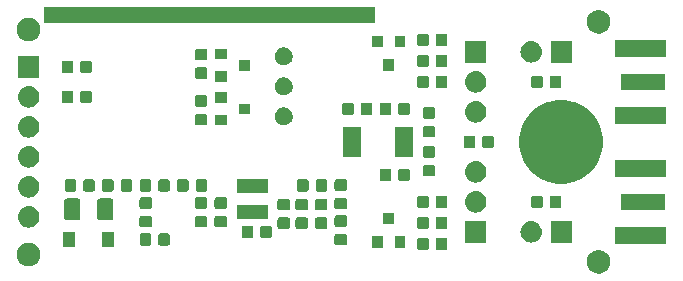
<source format=gbr>
G04 #@! TF.GenerationSoftware,KiCad,Pcbnew,5.1.4-e60b266~84~ubuntu18.04.1*
G04 #@! TF.CreationDate,2019-09-09T22:27:04+10:00*
G04 #@! TF.ProjectId,comparator,636f6d70-6172-4617-946f-722e6b696361,21/06/19*
G04 #@! TF.SameCoordinates,Original*
G04 #@! TF.FileFunction,Soldermask,Top*
G04 #@! TF.FilePolarity,Negative*
%FSLAX46Y46*%
G04 Gerber Fmt 4.6, Leading zero omitted, Abs format (unit mm)*
G04 Created by KiCad (PCBNEW 5.1.4-e60b266~84~ubuntu18.04.1) date 2019-09-09 22:27:04*
%MOMM*%
%LPD*%
G04 APERTURE LIST*
%ADD10C,0.100000*%
G04 APERTURE END LIST*
D10*
G36*
X153035000Y-87630000D02*
G01*
X125095000Y-87630000D01*
X125095000Y-86360000D01*
X153035000Y-86360000D01*
X153035000Y-87630000D01*
G37*
X153035000Y-87630000D02*
X125095000Y-87630000D01*
X125095000Y-86360000D01*
X153035000Y-86360000D01*
X153035000Y-87630000D01*
G36*
X172312290Y-106975619D02*
G01*
X172376689Y-106988429D01*
X172558678Y-107063811D01*
X172722463Y-107173249D01*
X172861751Y-107312537D01*
X172971189Y-107476322D01*
X173046571Y-107658311D01*
X173085000Y-107851509D01*
X173085000Y-108048491D01*
X173046571Y-108241689D01*
X172971189Y-108423678D01*
X172861751Y-108587463D01*
X172722463Y-108726751D01*
X172558678Y-108836189D01*
X172376689Y-108911571D01*
X172312290Y-108924381D01*
X172183493Y-108950000D01*
X171986507Y-108950000D01*
X171857710Y-108924381D01*
X171793311Y-108911571D01*
X171611322Y-108836189D01*
X171447537Y-108726751D01*
X171308249Y-108587463D01*
X171198811Y-108423678D01*
X171123429Y-108241689D01*
X171085000Y-108048491D01*
X171085000Y-107851509D01*
X171123429Y-107658311D01*
X171198811Y-107476322D01*
X171308249Y-107312537D01*
X171447537Y-107173249D01*
X171611322Y-107063811D01*
X171793311Y-106988429D01*
X171857710Y-106975619D01*
X171986507Y-106950000D01*
X172183493Y-106950000D01*
X172312290Y-106975619D01*
X172312290Y-106975619D01*
G37*
G36*
X124052290Y-106340619D02*
G01*
X124116689Y-106353429D01*
X124298678Y-106428811D01*
X124462463Y-106538249D01*
X124601751Y-106677537D01*
X124711189Y-106841322D01*
X124786571Y-107023311D01*
X124825000Y-107216509D01*
X124825000Y-107413491D01*
X124786571Y-107606689D01*
X124711189Y-107788678D01*
X124601751Y-107952463D01*
X124462463Y-108091751D01*
X124298678Y-108201189D01*
X124116689Y-108276571D01*
X124052290Y-108289381D01*
X123923493Y-108315000D01*
X123726507Y-108315000D01*
X123597710Y-108289381D01*
X123533311Y-108276571D01*
X123351322Y-108201189D01*
X123187537Y-108091751D01*
X123048249Y-107952463D01*
X122938811Y-107788678D01*
X122863429Y-107606689D01*
X122825000Y-107413491D01*
X122825000Y-107216509D01*
X122863429Y-107023311D01*
X122938811Y-106841322D01*
X123048249Y-106677537D01*
X123187537Y-106538249D01*
X123351322Y-106428811D01*
X123533311Y-106353429D01*
X123597710Y-106340619D01*
X123726507Y-106315000D01*
X123923493Y-106315000D01*
X124052290Y-106340619D01*
X124052290Y-106340619D01*
G37*
G36*
X159117591Y-105904085D02*
G01*
X159151569Y-105914393D01*
X159182890Y-105931134D01*
X159210339Y-105953661D01*
X159232866Y-105981110D01*
X159249607Y-106012431D01*
X159259915Y-106046409D01*
X159264000Y-106087890D01*
X159264000Y-106764110D01*
X159259915Y-106805591D01*
X159249607Y-106839569D01*
X159232866Y-106870890D01*
X159210339Y-106898339D01*
X159182890Y-106920866D01*
X159151569Y-106937607D01*
X159117591Y-106947915D01*
X159076110Y-106952000D01*
X158474890Y-106952000D01*
X158433409Y-106947915D01*
X158399431Y-106937607D01*
X158368110Y-106920866D01*
X158340661Y-106898339D01*
X158318134Y-106870890D01*
X158301393Y-106839569D01*
X158291085Y-106805591D01*
X158287000Y-106764110D01*
X158287000Y-106087890D01*
X158291085Y-106046409D01*
X158301393Y-106012431D01*
X158318134Y-105981110D01*
X158340661Y-105953661D01*
X158368110Y-105931134D01*
X158399431Y-105914393D01*
X158433409Y-105904085D01*
X158474890Y-105900000D01*
X159076110Y-105900000D01*
X159117591Y-105904085D01*
X159117591Y-105904085D01*
G37*
G36*
X157542591Y-105904085D02*
G01*
X157576569Y-105914393D01*
X157607890Y-105931134D01*
X157635339Y-105953661D01*
X157657866Y-105981110D01*
X157674607Y-106012431D01*
X157684915Y-106046409D01*
X157689000Y-106087890D01*
X157689000Y-106764110D01*
X157684915Y-106805591D01*
X157674607Y-106839569D01*
X157657866Y-106870890D01*
X157635339Y-106898339D01*
X157607890Y-106920866D01*
X157576569Y-106937607D01*
X157542591Y-106947915D01*
X157501110Y-106952000D01*
X156899890Y-106952000D01*
X156858409Y-106947915D01*
X156824431Y-106937607D01*
X156793110Y-106920866D01*
X156765661Y-106898339D01*
X156743134Y-106870890D01*
X156726393Y-106839569D01*
X156716085Y-106805591D01*
X156712000Y-106764110D01*
X156712000Y-106087890D01*
X156716085Y-106046409D01*
X156726393Y-106012431D01*
X156743134Y-105981110D01*
X156765661Y-105953661D01*
X156793110Y-105931134D01*
X156824431Y-105914393D01*
X156858409Y-105904085D01*
X156899890Y-105900000D01*
X157501110Y-105900000D01*
X157542591Y-105904085D01*
X157542591Y-105904085D01*
G37*
G36*
X155706000Y-106784000D02*
G01*
X154804000Y-106784000D01*
X154804000Y-105782000D01*
X155706000Y-105782000D01*
X155706000Y-106784000D01*
X155706000Y-106784000D01*
G37*
G36*
X153806000Y-106784000D02*
G01*
X152904000Y-106784000D01*
X152904000Y-105782000D01*
X153806000Y-105782000D01*
X153806000Y-106784000D01*
X153806000Y-106784000D01*
G37*
G36*
X131056000Y-106696000D02*
G01*
X130054000Y-106696000D01*
X130054000Y-105394000D01*
X131056000Y-105394000D01*
X131056000Y-106696000D01*
X131056000Y-106696000D01*
G37*
G36*
X127756000Y-106696000D02*
G01*
X126754000Y-106696000D01*
X126754000Y-105394000D01*
X127756000Y-105394000D01*
X127756000Y-106696000D01*
X127756000Y-106696000D01*
G37*
G36*
X134047591Y-105523085D02*
G01*
X134081569Y-105533393D01*
X134112890Y-105550134D01*
X134140339Y-105572661D01*
X134162866Y-105600110D01*
X134179607Y-105631431D01*
X134189915Y-105665409D01*
X134194000Y-105706890D01*
X134194000Y-106383110D01*
X134189915Y-106424591D01*
X134179607Y-106458569D01*
X134162866Y-106489890D01*
X134140339Y-106517339D01*
X134112890Y-106539866D01*
X134081569Y-106556607D01*
X134047591Y-106566915D01*
X134006110Y-106571000D01*
X133404890Y-106571000D01*
X133363409Y-106566915D01*
X133329431Y-106556607D01*
X133298110Y-106539866D01*
X133270661Y-106517339D01*
X133248134Y-106489890D01*
X133231393Y-106458569D01*
X133221085Y-106424591D01*
X133217000Y-106383110D01*
X133217000Y-105706890D01*
X133221085Y-105665409D01*
X133231393Y-105631431D01*
X133248134Y-105600110D01*
X133270661Y-105572661D01*
X133298110Y-105550134D01*
X133329431Y-105533393D01*
X133363409Y-105523085D01*
X133404890Y-105519000D01*
X134006110Y-105519000D01*
X134047591Y-105523085D01*
X134047591Y-105523085D01*
G37*
G36*
X135622591Y-105523085D02*
G01*
X135656569Y-105533393D01*
X135687890Y-105550134D01*
X135715339Y-105572661D01*
X135737866Y-105600110D01*
X135754607Y-105631431D01*
X135764915Y-105665409D01*
X135769000Y-105706890D01*
X135769000Y-106383110D01*
X135764915Y-106424591D01*
X135754607Y-106458569D01*
X135737866Y-106489890D01*
X135715339Y-106517339D01*
X135687890Y-106539866D01*
X135656569Y-106556607D01*
X135622591Y-106566915D01*
X135581110Y-106571000D01*
X134979890Y-106571000D01*
X134938409Y-106566915D01*
X134904431Y-106556607D01*
X134873110Y-106539866D01*
X134845661Y-106517339D01*
X134823134Y-106489890D01*
X134806393Y-106458569D01*
X134796085Y-106424591D01*
X134792000Y-106383110D01*
X134792000Y-105706890D01*
X134796085Y-105665409D01*
X134806393Y-105631431D01*
X134823134Y-105600110D01*
X134845661Y-105572661D01*
X134873110Y-105550134D01*
X134904431Y-105533393D01*
X134938409Y-105523085D01*
X134979890Y-105519000D01*
X135581110Y-105519000D01*
X135622591Y-105523085D01*
X135622591Y-105523085D01*
G37*
G36*
X150620591Y-105586085D02*
G01*
X150654569Y-105596393D01*
X150685890Y-105613134D01*
X150713339Y-105635661D01*
X150735866Y-105663110D01*
X150752607Y-105694431D01*
X150762915Y-105728409D01*
X150767000Y-105769890D01*
X150767000Y-106371110D01*
X150762915Y-106412591D01*
X150752607Y-106446569D01*
X150735866Y-106477890D01*
X150713339Y-106505339D01*
X150685890Y-106527866D01*
X150654569Y-106544607D01*
X150620591Y-106554915D01*
X150579110Y-106559000D01*
X149902890Y-106559000D01*
X149861409Y-106554915D01*
X149827431Y-106544607D01*
X149796110Y-106527866D01*
X149768661Y-106505339D01*
X149746134Y-106477890D01*
X149729393Y-106446569D01*
X149719085Y-106412591D01*
X149715000Y-106371110D01*
X149715000Y-105769890D01*
X149719085Y-105728409D01*
X149729393Y-105694431D01*
X149746134Y-105663110D01*
X149768661Y-105635661D01*
X149796110Y-105613134D01*
X149827431Y-105596393D01*
X149861409Y-105586085D01*
X149902890Y-105582000D01*
X150579110Y-105582000D01*
X150620591Y-105586085D01*
X150620591Y-105586085D01*
G37*
G36*
X177792000Y-106421000D02*
G01*
X173490000Y-106421000D01*
X173490000Y-104969000D01*
X177792000Y-104969000D01*
X177792000Y-106421000D01*
X177792000Y-106421000D01*
G37*
G36*
X166480443Y-104515519D02*
G01*
X166546627Y-104522037D01*
X166716466Y-104573557D01*
X166872991Y-104657222D01*
X166908729Y-104686552D01*
X167010186Y-104769814D01*
X167073620Y-104847110D01*
X167122778Y-104907009D01*
X167159891Y-104976442D01*
X167198979Y-105049569D01*
X167206443Y-105063534D01*
X167257963Y-105233373D01*
X167275359Y-105410000D01*
X167257963Y-105586627D01*
X167206443Y-105756466D01*
X167122778Y-105912991D01*
X167107888Y-105931134D01*
X167010186Y-106050186D01*
X166908729Y-106133448D01*
X166872991Y-106162778D01*
X166716466Y-106246443D01*
X166546627Y-106297963D01*
X166480442Y-106304482D01*
X166414260Y-106311000D01*
X166325740Y-106311000D01*
X166259558Y-106304482D01*
X166193373Y-106297963D01*
X166023534Y-106246443D01*
X165867009Y-106162778D01*
X165831271Y-106133448D01*
X165729814Y-106050186D01*
X165632112Y-105931134D01*
X165617222Y-105912991D01*
X165533557Y-105756466D01*
X165482037Y-105586627D01*
X165464641Y-105410000D01*
X165482037Y-105233373D01*
X165533557Y-105063534D01*
X165541022Y-105049569D01*
X165580109Y-104976442D01*
X165617222Y-104907009D01*
X165666380Y-104847110D01*
X165729814Y-104769814D01*
X165831271Y-104686552D01*
X165867009Y-104657222D01*
X166023534Y-104573557D01*
X166193373Y-104522037D01*
X166259557Y-104515519D01*
X166325740Y-104509000D01*
X166414260Y-104509000D01*
X166480443Y-104515519D01*
X166480443Y-104515519D01*
G37*
G36*
X169811000Y-106311000D02*
G01*
X168009000Y-106311000D01*
X168009000Y-104509000D01*
X169811000Y-104509000D01*
X169811000Y-106311000D01*
X169811000Y-106311000D01*
G37*
G36*
X162572000Y-106311000D02*
G01*
X160770000Y-106311000D01*
X160770000Y-104509000D01*
X162572000Y-104509000D01*
X162572000Y-106311000D01*
X162572000Y-106311000D01*
G37*
G36*
X144258591Y-104888085D02*
G01*
X144292569Y-104898393D01*
X144323890Y-104915134D01*
X144351339Y-104937661D01*
X144373866Y-104965110D01*
X144390607Y-104996431D01*
X144400915Y-105030409D01*
X144405000Y-105071890D01*
X144405000Y-105748110D01*
X144400915Y-105789591D01*
X144390607Y-105823569D01*
X144373866Y-105854890D01*
X144351339Y-105882339D01*
X144323890Y-105904866D01*
X144292569Y-105921607D01*
X144258591Y-105931915D01*
X144217110Y-105936000D01*
X143615890Y-105936000D01*
X143574409Y-105931915D01*
X143540431Y-105921607D01*
X143509110Y-105904866D01*
X143481661Y-105882339D01*
X143459134Y-105854890D01*
X143442393Y-105823569D01*
X143432085Y-105789591D01*
X143428000Y-105748110D01*
X143428000Y-105071890D01*
X143432085Y-105030409D01*
X143442393Y-104996431D01*
X143459134Y-104965110D01*
X143481661Y-104937661D01*
X143509110Y-104915134D01*
X143540431Y-104898393D01*
X143574409Y-104888085D01*
X143615890Y-104884000D01*
X144217110Y-104884000D01*
X144258591Y-104888085D01*
X144258591Y-104888085D01*
G37*
G36*
X142683591Y-104888085D02*
G01*
X142717569Y-104898393D01*
X142748890Y-104915134D01*
X142776339Y-104937661D01*
X142798866Y-104965110D01*
X142815607Y-104996431D01*
X142825915Y-105030409D01*
X142830000Y-105071890D01*
X142830000Y-105748110D01*
X142825915Y-105789591D01*
X142815607Y-105823569D01*
X142798866Y-105854890D01*
X142776339Y-105882339D01*
X142748890Y-105904866D01*
X142717569Y-105921607D01*
X142683591Y-105931915D01*
X142642110Y-105936000D01*
X142040890Y-105936000D01*
X141999409Y-105931915D01*
X141965431Y-105921607D01*
X141934110Y-105904866D01*
X141906661Y-105882339D01*
X141884134Y-105854890D01*
X141867393Y-105823569D01*
X141857085Y-105789591D01*
X141853000Y-105748110D01*
X141853000Y-105071890D01*
X141857085Y-105030409D01*
X141867393Y-104996431D01*
X141884134Y-104965110D01*
X141906661Y-104937661D01*
X141934110Y-104915134D01*
X141965431Y-104898393D01*
X141999409Y-104888085D01*
X142040890Y-104884000D01*
X142642110Y-104884000D01*
X142683591Y-104888085D01*
X142683591Y-104888085D01*
G37*
G36*
X159117591Y-104126085D02*
G01*
X159151569Y-104136393D01*
X159182890Y-104153134D01*
X159210339Y-104175661D01*
X159232866Y-104203110D01*
X159249607Y-104234431D01*
X159259915Y-104268409D01*
X159264000Y-104309890D01*
X159264000Y-104986110D01*
X159259915Y-105027591D01*
X159249607Y-105061569D01*
X159232866Y-105092890D01*
X159210339Y-105120339D01*
X159182890Y-105142866D01*
X159151569Y-105159607D01*
X159117591Y-105169915D01*
X159076110Y-105174000D01*
X158474890Y-105174000D01*
X158433409Y-105169915D01*
X158399431Y-105159607D01*
X158368110Y-105142866D01*
X158340661Y-105120339D01*
X158318134Y-105092890D01*
X158301393Y-105061569D01*
X158291085Y-105027591D01*
X158287000Y-104986110D01*
X158287000Y-104309890D01*
X158291085Y-104268409D01*
X158301393Y-104234431D01*
X158318134Y-104203110D01*
X158340661Y-104175661D01*
X158368110Y-104153134D01*
X158399431Y-104136393D01*
X158433409Y-104126085D01*
X158474890Y-104122000D01*
X159076110Y-104122000D01*
X159117591Y-104126085D01*
X159117591Y-104126085D01*
G37*
G36*
X157542591Y-104126085D02*
G01*
X157576569Y-104136393D01*
X157607890Y-104153134D01*
X157635339Y-104175661D01*
X157657866Y-104203110D01*
X157674607Y-104234431D01*
X157684915Y-104268409D01*
X157689000Y-104309890D01*
X157689000Y-104986110D01*
X157684915Y-105027591D01*
X157674607Y-105061569D01*
X157657866Y-105092890D01*
X157635339Y-105120339D01*
X157607890Y-105142866D01*
X157576569Y-105159607D01*
X157542591Y-105169915D01*
X157501110Y-105174000D01*
X156899890Y-105174000D01*
X156858409Y-105169915D01*
X156824431Y-105159607D01*
X156793110Y-105142866D01*
X156765661Y-105120339D01*
X156743134Y-105092890D01*
X156726393Y-105061569D01*
X156716085Y-105027591D01*
X156712000Y-104986110D01*
X156712000Y-104309890D01*
X156716085Y-104268409D01*
X156726393Y-104234431D01*
X156743134Y-104203110D01*
X156765661Y-104175661D01*
X156793110Y-104153134D01*
X156824431Y-104136393D01*
X156858409Y-104126085D01*
X156899890Y-104122000D01*
X157501110Y-104122000D01*
X157542591Y-104126085D01*
X157542591Y-104126085D01*
G37*
G36*
X145794591Y-104189085D02*
G01*
X145828569Y-104199393D01*
X145859890Y-104216134D01*
X145887339Y-104238661D01*
X145909866Y-104266110D01*
X145926607Y-104297431D01*
X145936915Y-104331409D01*
X145941000Y-104372890D01*
X145941000Y-104974110D01*
X145936915Y-105015591D01*
X145926607Y-105049569D01*
X145909866Y-105080890D01*
X145887339Y-105108339D01*
X145859890Y-105130866D01*
X145828569Y-105147607D01*
X145794591Y-105157915D01*
X145753110Y-105162000D01*
X145076890Y-105162000D01*
X145035409Y-105157915D01*
X145001431Y-105147607D01*
X144970110Y-105130866D01*
X144942661Y-105108339D01*
X144920134Y-105080890D01*
X144903393Y-105049569D01*
X144893085Y-105015591D01*
X144889000Y-104974110D01*
X144889000Y-104372890D01*
X144893085Y-104331409D01*
X144903393Y-104297431D01*
X144920134Y-104266110D01*
X144942661Y-104238661D01*
X144970110Y-104216134D01*
X145001431Y-104199393D01*
X145035409Y-104189085D01*
X145076890Y-104185000D01*
X145753110Y-104185000D01*
X145794591Y-104189085D01*
X145794591Y-104189085D01*
G37*
G36*
X147318591Y-104189085D02*
G01*
X147352569Y-104199393D01*
X147383890Y-104216134D01*
X147411339Y-104238661D01*
X147433866Y-104266110D01*
X147450607Y-104297431D01*
X147460915Y-104331409D01*
X147465000Y-104372890D01*
X147465000Y-104974110D01*
X147460915Y-105015591D01*
X147450607Y-105049569D01*
X147433866Y-105080890D01*
X147411339Y-105108339D01*
X147383890Y-105130866D01*
X147352569Y-105147607D01*
X147318591Y-105157915D01*
X147277110Y-105162000D01*
X146600890Y-105162000D01*
X146559409Y-105157915D01*
X146525431Y-105147607D01*
X146494110Y-105130866D01*
X146466661Y-105108339D01*
X146444134Y-105080890D01*
X146427393Y-105049569D01*
X146417085Y-105015591D01*
X146413000Y-104974110D01*
X146413000Y-104372890D01*
X146417085Y-104331409D01*
X146427393Y-104297431D01*
X146444134Y-104266110D01*
X146466661Y-104238661D01*
X146494110Y-104216134D01*
X146525431Y-104199393D01*
X146559409Y-104189085D01*
X146600890Y-104185000D01*
X147277110Y-104185000D01*
X147318591Y-104189085D01*
X147318591Y-104189085D01*
G37*
G36*
X148969591Y-104189085D02*
G01*
X149003569Y-104199393D01*
X149034890Y-104216134D01*
X149062339Y-104238661D01*
X149084866Y-104266110D01*
X149101607Y-104297431D01*
X149111915Y-104331409D01*
X149116000Y-104372890D01*
X149116000Y-104974110D01*
X149111915Y-105015591D01*
X149101607Y-105049569D01*
X149084866Y-105080890D01*
X149062339Y-105108339D01*
X149034890Y-105130866D01*
X149003569Y-105147607D01*
X148969591Y-105157915D01*
X148928110Y-105162000D01*
X148251890Y-105162000D01*
X148210409Y-105157915D01*
X148176431Y-105147607D01*
X148145110Y-105130866D01*
X148117661Y-105108339D01*
X148095134Y-105080890D01*
X148078393Y-105049569D01*
X148068085Y-105015591D01*
X148064000Y-104974110D01*
X148064000Y-104372890D01*
X148068085Y-104331409D01*
X148078393Y-104297431D01*
X148095134Y-104266110D01*
X148117661Y-104238661D01*
X148145110Y-104216134D01*
X148176431Y-104199393D01*
X148210409Y-104189085D01*
X148251890Y-104185000D01*
X148928110Y-104185000D01*
X148969591Y-104189085D01*
X148969591Y-104189085D01*
G37*
G36*
X123932412Y-103245220D02*
G01*
X124001627Y-103252037D01*
X124171466Y-103303557D01*
X124327991Y-103387222D01*
X124351285Y-103406339D01*
X124465186Y-103499814D01*
X124548448Y-103601271D01*
X124577778Y-103637009D01*
X124661443Y-103793534D01*
X124712963Y-103963373D01*
X124730359Y-104140000D01*
X124712963Y-104316627D01*
X124661443Y-104486466D01*
X124577778Y-104642991D01*
X124548448Y-104678729D01*
X124465186Y-104780186D01*
X124363729Y-104863448D01*
X124327991Y-104892778D01*
X124264999Y-104926448D01*
X124195754Y-104963461D01*
X124171466Y-104976443D01*
X124001627Y-105027963D01*
X123935442Y-105034482D01*
X123869260Y-105041000D01*
X123780740Y-105041000D01*
X123714557Y-105034481D01*
X123648373Y-105027963D01*
X123478534Y-104976443D01*
X123454247Y-104963461D01*
X123385001Y-104926448D01*
X123322009Y-104892778D01*
X123286271Y-104863448D01*
X123184814Y-104780186D01*
X123101552Y-104678729D01*
X123072222Y-104642991D01*
X122988557Y-104486466D01*
X122937037Y-104316627D01*
X122919641Y-104140000D01*
X122937037Y-103963373D01*
X122988557Y-103793534D01*
X123072222Y-103637009D01*
X123101552Y-103601271D01*
X123184814Y-103499814D01*
X123298715Y-103406339D01*
X123322009Y-103387222D01*
X123478534Y-103303557D01*
X123648373Y-103252037D01*
X123717588Y-103245220D01*
X123780740Y-103239000D01*
X123869260Y-103239000D01*
X123932412Y-103245220D01*
X123932412Y-103245220D01*
G37*
G36*
X134110591Y-104062085D02*
G01*
X134144569Y-104072393D01*
X134175890Y-104089134D01*
X134203339Y-104111661D01*
X134225866Y-104139110D01*
X134242607Y-104170431D01*
X134252915Y-104204409D01*
X134257000Y-104245890D01*
X134257000Y-104847110D01*
X134252915Y-104888591D01*
X134242607Y-104922569D01*
X134225866Y-104953890D01*
X134203339Y-104981339D01*
X134175890Y-105003866D01*
X134144569Y-105020607D01*
X134110591Y-105030915D01*
X134069110Y-105035000D01*
X133392890Y-105035000D01*
X133351409Y-105030915D01*
X133317431Y-105020607D01*
X133286110Y-105003866D01*
X133258661Y-104981339D01*
X133236134Y-104953890D01*
X133219393Y-104922569D01*
X133209085Y-104888591D01*
X133205000Y-104847110D01*
X133205000Y-104245890D01*
X133209085Y-104204409D01*
X133219393Y-104170431D01*
X133236134Y-104139110D01*
X133258661Y-104111661D01*
X133286110Y-104089134D01*
X133317431Y-104072393D01*
X133351409Y-104062085D01*
X133392890Y-104058000D01*
X134069110Y-104058000D01*
X134110591Y-104062085D01*
X134110591Y-104062085D01*
G37*
G36*
X140460591Y-104062085D02*
G01*
X140494569Y-104072393D01*
X140525890Y-104089134D01*
X140553339Y-104111661D01*
X140575866Y-104139110D01*
X140592607Y-104170431D01*
X140602915Y-104204409D01*
X140607000Y-104245890D01*
X140607000Y-104847110D01*
X140602915Y-104888591D01*
X140592607Y-104922569D01*
X140575866Y-104953890D01*
X140553339Y-104981339D01*
X140525890Y-105003866D01*
X140494569Y-105020607D01*
X140460591Y-105030915D01*
X140419110Y-105035000D01*
X139742890Y-105035000D01*
X139701409Y-105030915D01*
X139667431Y-105020607D01*
X139636110Y-105003866D01*
X139608661Y-104981339D01*
X139586134Y-104953890D01*
X139569393Y-104922569D01*
X139559085Y-104888591D01*
X139555000Y-104847110D01*
X139555000Y-104245890D01*
X139559085Y-104204409D01*
X139569393Y-104170431D01*
X139586134Y-104139110D01*
X139608661Y-104111661D01*
X139636110Y-104089134D01*
X139667431Y-104072393D01*
X139701409Y-104062085D01*
X139742890Y-104058000D01*
X140419110Y-104058000D01*
X140460591Y-104062085D01*
X140460591Y-104062085D01*
G37*
G36*
X138809591Y-104062085D02*
G01*
X138843569Y-104072393D01*
X138874890Y-104089134D01*
X138902339Y-104111661D01*
X138924866Y-104139110D01*
X138941607Y-104170431D01*
X138951915Y-104204409D01*
X138956000Y-104245890D01*
X138956000Y-104847110D01*
X138951915Y-104888591D01*
X138941607Y-104922569D01*
X138924866Y-104953890D01*
X138902339Y-104981339D01*
X138874890Y-105003866D01*
X138843569Y-105020607D01*
X138809591Y-105030915D01*
X138768110Y-105035000D01*
X138091890Y-105035000D01*
X138050409Y-105030915D01*
X138016431Y-105020607D01*
X137985110Y-105003866D01*
X137957661Y-104981339D01*
X137935134Y-104953890D01*
X137918393Y-104922569D01*
X137908085Y-104888591D01*
X137904000Y-104847110D01*
X137904000Y-104245890D01*
X137908085Y-104204409D01*
X137918393Y-104170431D01*
X137935134Y-104139110D01*
X137957661Y-104111661D01*
X137985110Y-104089134D01*
X138016431Y-104072393D01*
X138050409Y-104062085D01*
X138091890Y-104058000D01*
X138768110Y-104058000D01*
X138809591Y-104062085D01*
X138809591Y-104062085D01*
G37*
G36*
X150620591Y-104011085D02*
G01*
X150654569Y-104021393D01*
X150685890Y-104038134D01*
X150713339Y-104060661D01*
X150735866Y-104088110D01*
X150752607Y-104119431D01*
X150762915Y-104153409D01*
X150767000Y-104194890D01*
X150767000Y-104796110D01*
X150762915Y-104837591D01*
X150752607Y-104871569D01*
X150735866Y-104902890D01*
X150713339Y-104930339D01*
X150685890Y-104952866D01*
X150654569Y-104969607D01*
X150620591Y-104979915D01*
X150579110Y-104984000D01*
X149902890Y-104984000D01*
X149861409Y-104979915D01*
X149827431Y-104969607D01*
X149796110Y-104952866D01*
X149768661Y-104930339D01*
X149746134Y-104902890D01*
X149729393Y-104871569D01*
X149719085Y-104837591D01*
X149715000Y-104796110D01*
X149715000Y-104194890D01*
X149719085Y-104153409D01*
X149729393Y-104119431D01*
X149746134Y-104088110D01*
X149768661Y-104060661D01*
X149796110Y-104038134D01*
X149827431Y-104021393D01*
X149861409Y-104011085D01*
X149902890Y-104007000D01*
X150579110Y-104007000D01*
X150620591Y-104011085D01*
X150620591Y-104011085D01*
G37*
G36*
X154756000Y-104784000D02*
G01*
X153854000Y-104784000D01*
X153854000Y-103782000D01*
X154756000Y-103782000D01*
X154756000Y-104784000D01*
X154756000Y-104784000D01*
G37*
G36*
X128023604Y-102583347D02*
G01*
X128060144Y-102594432D01*
X128093821Y-102612433D01*
X128123341Y-102636659D01*
X128147567Y-102666179D01*
X128165568Y-102699856D01*
X128176653Y-102736396D01*
X128181000Y-102780538D01*
X128181000Y-104229462D01*
X128176653Y-104273604D01*
X128165568Y-104310144D01*
X128147567Y-104343821D01*
X128123341Y-104373341D01*
X128093821Y-104397567D01*
X128060144Y-104415568D01*
X128023604Y-104426653D01*
X127979462Y-104431000D01*
X127030538Y-104431000D01*
X126986396Y-104426653D01*
X126949856Y-104415568D01*
X126916179Y-104397567D01*
X126886659Y-104373341D01*
X126862433Y-104343821D01*
X126844432Y-104310144D01*
X126833347Y-104273604D01*
X126829000Y-104229462D01*
X126829000Y-102780538D01*
X126833347Y-102736396D01*
X126844432Y-102699856D01*
X126862433Y-102666179D01*
X126886659Y-102636659D01*
X126916179Y-102612433D01*
X126949856Y-102594432D01*
X126986396Y-102583347D01*
X127030538Y-102579000D01*
X127979462Y-102579000D01*
X128023604Y-102583347D01*
X128023604Y-102583347D01*
G37*
G36*
X130823604Y-102583347D02*
G01*
X130860144Y-102594432D01*
X130893821Y-102612433D01*
X130923341Y-102636659D01*
X130947567Y-102666179D01*
X130965568Y-102699856D01*
X130976653Y-102736396D01*
X130981000Y-102780538D01*
X130981000Y-104229462D01*
X130976653Y-104273604D01*
X130965568Y-104310144D01*
X130947567Y-104343821D01*
X130923341Y-104373341D01*
X130893821Y-104397567D01*
X130860144Y-104415568D01*
X130823604Y-104426653D01*
X130779462Y-104431000D01*
X129830538Y-104431000D01*
X129786396Y-104426653D01*
X129749856Y-104415568D01*
X129716179Y-104397567D01*
X129686659Y-104373341D01*
X129662433Y-104343821D01*
X129644432Y-104310144D01*
X129633347Y-104273604D01*
X129629000Y-104229462D01*
X129629000Y-102780538D01*
X129633347Y-102736396D01*
X129644432Y-102699856D01*
X129662433Y-102666179D01*
X129686659Y-102636659D01*
X129716179Y-102612433D01*
X129749856Y-102594432D01*
X129786396Y-102583347D01*
X129830538Y-102579000D01*
X130779462Y-102579000D01*
X130823604Y-102583347D01*
X130823604Y-102583347D01*
G37*
G36*
X144074000Y-104297000D02*
G01*
X141422000Y-104297000D01*
X141422000Y-103135000D01*
X144074000Y-103135000D01*
X144074000Y-104297000D01*
X144074000Y-104297000D01*
G37*
G36*
X161781442Y-101975518D02*
G01*
X161847627Y-101982037D01*
X162017466Y-102033557D01*
X162173991Y-102117222D01*
X162209729Y-102146552D01*
X162311186Y-102229814D01*
X162394448Y-102331271D01*
X162423778Y-102367009D01*
X162507443Y-102523534D01*
X162558963Y-102693373D01*
X162576359Y-102870000D01*
X162558963Y-103046627D01*
X162507443Y-103216466D01*
X162423778Y-103372991D01*
X162399603Y-103402448D01*
X162311186Y-103510186D01*
X162223305Y-103582307D01*
X162173991Y-103622778D01*
X162017466Y-103706443D01*
X161847627Y-103757963D01*
X161781443Y-103764481D01*
X161715260Y-103771000D01*
X161626740Y-103771000D01*
X161560557Y-103764481D01*
X161494373Y-103757963D01*
X161324534Y-103706443D01*
X161168009Y-103622778D01*
X161118695Y-103582307D01*
X161030814Y-103510186D01*
X160942397Y-103402448D01*
X160918222Y-103372991D01*
X160834557Y-103216466D01*
X160783037Y-103046627D01*
X160765641Y-102870000D01*
X160783037Y-102693373D01*
X160834557Y-102523534D01*
X160918222Y-102367009D01*
X160947552Y-102331271D01*
X161030814Y-102229814D01*
X161132271Y-102146552D01*
X161168009Y-102117222D01*
X161324534Y-102033557D01*
X161494373Y-101982037D01*
X161560558Y-101975518D01*
X161626740Y-101969000D01*
X161715260Y-101969000D01*
X161781442Y-101975518D01*
X161781442Y-101975518D01*
G37*
G36*
X147318591Y-102614085D02*
G01*
X147352569Y-102624393D01*
X147383890Y-102641134D01*
X147411339Y-102663661D01*
X147433866Y-102691110D01*
X147450607Y-102722431D01*
X147460915Y-102756409D01*
X147465000Y-102797890D01*
X147465000Y-103399110D01*
X147460915Y-103440591D01*
X147450607Y-103474569D01*
X147433866Y-103505890D01*
X147411339Y-103533339D01*
X147383890Y-103555866D01*
X147352569Y-103572607D01*
X147318591Y-103582915D01*
X147277110Y-103587000D01*
X146600890Y-103587000D01*
X146559409Y-103582915D01*
X146525431Y-103572607D01*
X146494110Y-103555866D01*
X146466661Y-103533339D01*
X146444134Y-103505890D01*
X146427393Y-103474569D01*
X146417085Y-103440591D01*
X146413000Y-103399110D01*
X146413000Y-102797890D01*
X146417085Y-102756409D01*
X146427393Y-102722431D01*
X146444134Y-102691110D01*
X146466661Y-102663661D01*
X146494110Y-102641134D01*
X146525431Y-102624393D01*
X146559409Y-102614085D01*
X146600890Y-102610000D01*
X147277110Y-102610000D01*
X147318591Y-102614085D01*
X147318591Y-102614085D01*
G37*
G36*
X145794591Y-102614085D02*
G01*
X145828569Y-102624393D01*
X145859890Y-102641134D01*
X145887339Y-102663661D01*
X145909866Y-102691110D01*
X145926607Y-102722431D01*
X145936915Y-102756409D01*
X145941000Y-102797890D01*
X145941000Y-103399110D01*
X145936915Y-103440591D01*
X145926607Y-103474569D01*
X145909866Y-103505890D01*
X145887339Y-103533339D01*
X145859890Y-103555866D01*
X145828569Y-103572607D01*
X145794591Y-103582915D01*
X145753110Y-103587000D01*
X145076890Y-103587000D01*
X145035409Y-103582915D01*
X145001431Y-103572607D01*
X144970110Y-103555866D01*
X144942661Y-103533339D01*
X144920134Y-103505890D01*
X144903393Y-103474569D01*
X144893085Y-103440591D01*
X144889000Y-103399110D01*
X144889000Y-102797890D01*
X144893085Y-102756409D01*
X144903393Y-102722431D01*
X144920134Y-102691110D01*
X144942661Y-102663661D01*
X144970110Y-102641134D01*
X145001431Y-102624393D01*
X145035409Y-102614085D01*
X145076890Y-102610000D01*
X145753110Y-102610000D01*
X145794591Y-102614085D01*
X145794591Y-102614085D01*
G37*
G36*
X148969591Y-102614085D02*
G01*
X149003569Y-102624393D01*
X149034890Y-102641134D01*
X149062339Y-102663661D01*
X149084866Y-102691110D01*
X149101607Y-102722431D01*
X149111915Y-102756409D01*
X149116000Y-102797890D01*
X149116000Y-103399110D01*
X149111915Y-103440591D01*
X149101607Y-103474569D01*
X149084866Y-103505890D01*
X149062339Y-103533339D01*
X149034890Y-103555866D01*
X149003569Y-103572607D01*
X148969591Y-103582915D01*
X148928110Y-103587000D01*
X148251890Y-103587000D01*
X148210409Y-103582915D01*
X148176431Y-103572607D01*
X148145110Y-103555866D01*
X148117661Y-103533339D01*
X148095134Y-103505890D01*
X148078393Y-103474569D01*
X148068085Y-103440591D01*
X148064000Y-103399110D01*
X148064000Y-102797890D01*
X148068085Y-102756409D01*
X148078393Y-102722431D01*
X148095134Y-102691110D01*
X148117661Y-102663661D01*
X148145110Y-102641134D01*
X148176431Y-102624393D01*
X148210409Y-102614085D01*
X148251890Y-102610000D01*
X148928110Y-102610000D01*
X148969591Y-102614085D01*
X148969591Y-102614085D01*
G37*
G36*
X177692000Y-103556000D02*
G01*
X173990000Y-103556000D01*
X173990000Y-102184000D01*
X177692000Y-102184000D01*
X177692000Y-103556000D01*
X177692000Y-103556000D01*
G37*
G36*
X150620591Y-102538085D02*
G01*
X150654569Y-102548393D01*
X150685890Y-102565134D01*
X150713339Y-102587661D01*
X150735866Y-102615110D01*
X150752607Y-102646431D01*
X150762915Y-102680409D01*
X150767000Y-102721890D01*
X150767000Y-103323110D01*
X150762915Y-103364591D01*
X150752607Y-103398569D01*
X150735866Y-103429890D01*
X150713339Y-103457339D01*
X150685890Y-103479866D01*
X150654569Y-103496607D01*
X150620591Y-103506915D01*
X150579110Y-103511000D01*
X149902890Y-103511000D01*
X149861409Y-103506915D01*
X149827431Y-103496607D01*
X149796110Y-103479866D01*
X149768661Y-103457339D01*
X149746134Y-103429890D01*
X149729393Y-103398569D01*
X149719085Y-103364591D01*
X149715000Y-103323110D01*
X149715000Y-102721890D01*
X149719085Y-102680409D01*
X149729393Y-102646431D01*
X149746134Y-102615110D01*
X149768661Y-102587661D01*
X149796110Y-102565134D01*
X149827431Y-102548393D01*
X149861409Y-102538085D01*
X149902890Y-102534000D01*
X150579110Y-102534000D01*
X150620591Y-102538085D01*
X150620591Y-102538085D01*
G37*
G36*
X138809591Y-102487085D02*
G01*
X138843569Y-102497393D01*
X138874890Y-102514134D01*
X138902339Y-102536661D01*
X138924866Y-102564110D01*
X138941607Y-102595431D01*
X138951915Y-102629409D01*
X138956000Y-102670890D01*
X138956000Y-103272110D01*
X138951915Y-103313591D01*
X138941607Y-103347569D01*
X138924866Y-103378890D01*
X138902339Y-103406339D01*
X138874890Y-103428866D01*
X138843569Y-103445607D01*
X138809591Y-103455915D01*
X138768110Y-103460000D01*
X138091890Y-103460000D01*
X138050409Y-103455915D01*
X138016431Y-103445607D01*
X137985110Y-103428866D01*
X137957661Y-103406339D01*
X137935134Y-103378890D01*
X137918393Y-103347569D01*
X137908085Y-103313591D01*
X137904000Y-103272110D01*
X137904000Y-102670890D01*
X137908085Y-102629409D01*
X137918393Y-102595431D01*
X137935134Y-102564110D01*
X137957661Y-102536661D01*
X137985110Y-102514134D01*
X138016431Y-102497393D01*
X138050409Y-102487085D01*
X138091890Y-102483000D01*
X138768110Y-102483000D01*
X138809591Y-102487085D01*
X138809591Y-102487085D01*
G37*
G36*
X140460591Y-102487085D02*
G01*
X140494569Y-102497393D01*
X140525890Y-102514134D01*
X140553339Y-102536661D01*
X140575866Y-102564110D01*
X140592607Y-102595431D01*
X140602915Y-102629409D01*
X140607000Y-102670890D01*
X140607000Y-103272110D01*
X140602915Y-103313591D01*
X140592607Y-103347569D01*
X140575866Y-103378890D01*
X140553339Y-103406339D01*
X140525890Y-103428866D01*
X140494569Y-103445607D01*
X140460591Y-103455915D01*
X140419110Y-103460000D01*
X139742890Y-103460000D01*
X139701409Y-103455915D01*
X139667431Y-103445607D01*
X139636110Y-103428866D01*
X139608661Y-103406339D01*
X139586134Y-103378890D01*
X139569393Y-103347569D01*
X139559085Y-103313591D01*
X139555000Y-103272110D01*
X139555000Y-102670890D01*
X139559085Y-102629409D01*
X139569393Y-102595431D01*
X139586134Y-102564110D01*
X139608661Y-102536661D01*
X139636110Y-102514134D01*
X139667431Y-102497393D01*
X139701409Y-102487085D01*
X139742890Y-102483000D01*
X140419110Y-102483000D01*
X140460591Y-102487085D01*
X140460591Y-102487085D01*
G37*
G36*
X134110591Y-102487085D02*
G01*
X134144569Y-102497393D01*
X134175890Y-102514134D01*
X134203339Y-102536661D01*
X134225866Y-102564110D01*
X134242607Y-102595431D01*
X134252915Y-102629409D01*
X134257000Y-102670890D01*
X134257000Y-103272110D01*
X134252915Y-103313591D01*
X134242607Y-103347569D01*
X134225866Y-103378890D01*
X134203339Y-103406339D01*
X134175890Y-103428866D01*
X134144569Y-103445607D01*
X134110591Y-103455915D01*
X134069110Y-103460000D01*
X133392890Y-103460000D01*
X133351409Y-103455915D01*
X133317431Y-103445607D01*
X133286110Y-103428866D01*
X133258661Y-103406339D01*
X133236134Y-103378890D01*
X133219393Y-103347569D01*
X133209085Y-103313591D01*
X133205000Y-103272110D01*
X133205000Y-102670890D01*
X133209085Y-102629409D01*
X133219393Y-102595431D01*
X133236134Y-102564110D01*
X133258661Y-102536661D01*
X133286110Y-102514134D01*
X133317431Y-102497393D01*
X133351409Y-102487085D01*
X133392890Y-102483000D01*
X134069110Y-102483000D01*
X134110591Y-102487085D01*
X134110591Y-102487085D01*
G37*
G36*
X157542591Y-102348085D02*
G01*
X157576569Y-102358393D01*
X157607890Y-102375134D01*
X157635339Y-102397661D01*
X157657866Y-102425110D01*
X157674607Y-102456431D01*
X157684915Y-102490409D01*
X157689000Y-102531890D01*
X157689000Y-103208110D01*
X157684915Y-103249591D01*
X157674607Y-103283569D01*
X157657866Y-103314890D01*
X157635339Y-103342339D01*
X157607890Y-103364866D01*
X157576569Y-103381607D01*
X157542591Y-103391915D01*
X157501110Y-103396000D01*
X156899890Y-103396000D01*
X156858409Y-103391915D01*
X156824431Y-103381607D01*
X156793110Y-103364866D01*
X156765661Y-103342339D01*
X156743134Y-103314890D01*
X156726393Y-103283569D01*
X156716085Y-103249591D01*
X156712000Y-103208110D01*
X156712000Y-102531890D01*
X156716085Y-102490409D01*
X156726393Y-102456431D01*
X156743134Y-102425110D01*
X156765661Y-102397661D01*
X156793110Y-102375134D01*
X156824431Y-102358393D01*
X156858409Y-102348085D01*
X156899890Y-102344000D01*
X157501110Y-102344000D01*
X157542591Y-102348085D01*
X157542591Y-102348085D01*
G37*
G36*
X168769591Y-102348085D02*
G01*
X168803569Y-102358393D01*
X168834890Y-102375134D01*
X168862339Y-102397661D01*
X168884866Y-102425110D01*
X168901607Y-102456431D01*
X168911915Y-102490409D01*
X168916000Y-102531890D01*
X168916000Y-103208110D01*
X168911915Y-103249591D01*
X168901607Y-103283569D01*
X168884866Y-103314890D01*
X168862339Y-103342339D01*
X168834890Y-103364866D01*
X168803569Y-103381607D01*
X168769591Y-103391915D01*
X168728110Y-103396000D01*
X168126890Y-103396000D01*
X168085409Y-103391915D01*
X168051431Y-103381607D01*
X168020110Y-103364866D01*
X167992661Y-103342339D01*
X167970134Y-103314890D01*
X167953393Y-103283569D01*
X167943085Y-103249591D01*
X167939000Y-103208110D01*
X167939000Y-102531890D01*
X167943085Y-102490409D01*
X167953393Y-102456431D01*
X167970134Y-102425110D01*
X167992661Y-102397661D01*
X168020110Y-102375134D01*
X168051431Y-102358393D01*
X168085409Y-102348085D01*
X168126890Y-102344000D01*
X168728110Y-102344000D01*
X168769591Y-102348085D01*
X168769591Y-102348085D01*
G37*
G36*
X167194591Y-102348085D02*
G01*
X167228569Y-102358393D01*
X167259890Y-102375134D01*
X167287339Y-102397661D01*
X167309866Y-102425110D01*
X167326607Y-102456431D01*
X167336915Y-102490409D01*
X167341000Y-102531890D01*
X167341000Y-103208110D01*
X167336915Y-103249591D01*
X167326607Y-103283569D01*
X167309866Y-103314890D01*
X167287339Y-103342339D01*
X167259890Y-103364866D01*
X167228569Y-103381607D01*
X167194591Y-103391915D01*
X167153110Y-103396000D01*
X166551890Y-103396000D01*
X166510409Y-103391915D01*
X166476431Y-103381607D01*
X166445110Y-103364866D01*
X166417661Y-103342339D01*
X166395134Y-103314890D01*
X166378393Y-103283569D01*
X166368085Y-103249591D01*
X166364000Y-103208110D01*
X166364000Y-102531890D01*
X166368085Y-102490409D01*
X166378393Y-102456431D01*
X166395134Y-102425110D01*
X166417661Y-102397661D01*
X166445110Y-102375134D01*
X166476431Y-102358393D01*
X166510409Y-102348085D01*
X166551890Y-102344000D01*
X167153110Y-102344000D01*
X167194591Y-102348085D01*
X167194591Y-102348085D01*
G37*
G36*
X159117591Y-102348085D02*
G01*
X159151569Y-102358393D01*
X159182890Y-102375134D01*
X159210339Y-102397661D01*
X159232866Y-102425110D01*
X159249607Y-102456431D01*
X159259915Y-102490409D01*
X159264000Y-102531890D01*
X159264000Y-103208110D01*
X159259915Y-103249591D01*
X159249607Y-103283569D01*
X159232866Y-103314890D01*
X159210339Y-103342339D01*
X159182890Y-103364866D01*
X159151569Y-103381607D01*
X159117591Y-103391915D01*
X159076110Y-103396000D01*
X158474890Y-103396000D01*
X158433409Y-103391915D01*
X158399431Y-103381607D01*
X158368110Y-103364866D01*
X158340661Y-103342339D01*
X158318134Y-103314890D01*
X158301393Y-103283569D01*
X158291085Y-103249591D01*
X158287000Y-103208110D01*
X158287000Y-102531890D01*
X158291085Y-102490409D01*
X158301393Y-102456431D01*
X158318134Y-102425110D01*
X158340661Y-102397661D01*
X158368110Y-102375134D01*
X158399431Y-102358393D01*
X158433409Y-102348085D01*
X158474890Y-102344000D01*
X159076110Y-102344000D01*
X159117591Y-102348085D01*
X159117591Y-102348085D01*
G37*
G36*
X123935443Y-100705519D02*
G01*
X124001627Y-100712037D01*
X124171466Y-100763557D01*
X124327991Y-100847222D01*
X124350567Y-100865750D01*
X124465186Y-100959814D01*
X124529729Y-101038461D01*
X124577778Y-101097009D01*
X124661443Y-101253534D01*
X124712963Y-101423373D01*
X124730359Y-101600000D01*
X124712963Y-101776627D01*
X124661443Y-101946466D01*
X124661442Y-101946468D01*
X124642430Y-101982037D01*
X124577778Y-102102991D01*
X124548448Y-102138729D01*
X124465186Y-102240186D01*
X124363729Y-102323448D01*
X124327991Y-102352778D01*
X124171466Y-102436443D01*
X124001627Y-102487963D01*
X123935442Y-102494482D01*
X123869260Y-102501000D01*
X123780740Y-102501000D01*
X123714558Y-102494482D01*
X123648373Y-102487963D01*
X123478534Y-102436443D01*
X123322009Y-102352778D01*
X123286271Y-102323448D01*
X123184814Y-102240186D01*
X123101552Y-102138729D01*
X123072222Y-102102991D01*
X123007570Y-101982037D01*
X122988558Y-101946468D01*
X122988557Y-101946466D01*
X122937037Y-101776627D01*
X122919641Y-101600000D01*
X122937037Y-101423373D01*
X122988557Y-101253534D01*
X123072222Y-101097009D01*
X123120271Y-101038461D01*
X123184814Y-100959814D01*
X123299433Y-100865750D01*
X123322009Y-100847222D01*
X123478534Y-100763557D01*
X123648373Y-100712037D01*
X123714557Y-100705519D01*
X123780740Y-100699000D01*
X123869260Y-100699000D01*
X123935443Y-100705519D01*
X123935443Y-100705519D01*
G37*
G36*
X144074000Y-102097000D02*
G01*
X141422000Y-102097000D01*
X141422000Y-100935000D01*
X144074000Y-100935000D01*
X144074000Y-102097000D01*
X144074000Y-102097000D01*
G37*
G36*
X127697591Y-100951085D02*
G01*
X127731569Y-100961393D01*
X127762890Y-100978134D01*
X127790339Y-101000661D01*
X127812866Y-101028110D01*
X127829607Y-101059431D01*
X127839915Y-101093409D01*
X127844000Y-101134890D01*
X127844000Y-101811110D01*
X127839915Y-101852591D01*
X127829607Y-101886569D01*
X127812866Y-101917890D01*
X127790339Y-101945339D01*
X127762890Y-101967866D01*
X127731569Y-101984607D01*
X127697591Y-101994915D01*
X127656110Y-101999000D01*
X127054890Y-101999000D01*
X127013409Y-101994915D01*
X126979431Y-101984607D01*
X126948110Y-101967866D01*
X126920661Y-101945339D01*
X126898134Y-101917890D01*
X126881393Y-101886569D01*
X126871085Y-101852591D01*
X126867000Y-101811110D01*
X126867000Y-101134890D01*
X126871085Y-101093409D01*
X126881393Y-101059431D01*
X126898134Y-101028110D01*
X126920661Y-101000661D01*
X126948110Y-100978134D01*
X126979431Y-100961393D01*
X127013409Y-100951085D01*
X127054890Y-100947000D01*
X127656110Y-100947000D01*
X127697591Y-100951085D01*
X127697591Y-100951085D01*
G37*
G36*
X130872591Y-100951085D02*
G01*
X130906569Y-100961393D01*
X130937890Y-100978134D01*
X130965339Y-101000661D01*
X130987866Y-101028110D01*
X131004607Y-101059431D01*
X131014915Y-101093409D01*
X131019000Y-101134890D01*
X131019000Y-101811110D01*
X131014915Y-101852591D01*
X131004607Y-101886569D01*
X130987866Y-101917890D01*
X130965339Y-101945339D01*
X130937890Y-101967866D01*
X130906569Y-101984607D01*
X130872591Y-101994915D01*
X130831110Y-101999000D01*
X130229890Y-101999000D01*
X130188409Y-101994915D01*
X130154431Y-101984607D01*
X130123110Y-101967866D01*
X130095661Y-101945339D01*
X130073134Y-101917890D01*
X130056393Y-101886569D01*
X130046085Y-101852591D01*
X130042000Y-101811110D01*
X130042000Y-101134890D01*
X130046085Y-101093409D01*
X130056393Y-101059431D01*
X130073134Y-101028110D01*
X130095661Y-101000661D01*
X130123110Y-100978134D01*
X130154431Y-100961393D01*
X130188409Y-100951085D01*
X130229890Y-100947000D01*
X130831110Y-100947000D01*
X130872591Y-100951085D01*
X130872591Y-100951085D01*
G37*
G36*
X129272591Y-100951085D02*
G01*
X129306569Y-100961393D01*
X129337890Y-100978134D01*
X129365339Y-101000661D01*
X129387866Y-101028110D01*
X129404607Y-101059431D01*
X129414915Y-101093409D01*
X129419000Y-101134890D01*
X129419000Y-101811110D01*
X129414915Y-101852591D01*
X129404607Y-101886569D01*
X129387866Y-101917890D01*
X129365339Y-101945339D01*
X129337890Y-101967866D01*
X129306569Y-101984607D01*
X129272591Y-101994915D01*
X129231110Y-101999000D01*
X128629890Y-101999000D01*
X128588409Y-101994915D01*
X128554431Y-101984607D01*
X128523110Y-101967866D01*
X128495661Y-101945339D01*
X128473134Y-101917890D01*
X128456393Y-101886569D01*
X128446085Y-101852591D01*
X128442000Y-101811110D01*
X128442000Y-101134890D01*
X128446085Y-101093409D01*
X128456393Y-101059431D01*
X128473134Y-101028110D01*
X128495661Y-101000661D01*
X128523110Y-100978134D01*
X128554431Y-100961393D01*
X128588409Y-100951085D01*
X128629890Y-100947000D01*
X129231110Y-100947000D01*
X129272591Y-100951085D01*
X129272591Y-100951085D01*
G37*
G36*
X134047591Y-100951085D02*
G01*
X134081569Y-100961393D01*
X134112890Y-100978134D01*
X134140339Y-101000661D01*
X134162866Y-101028110D01*
X134179607Y-101059431D01*
X134189915Y-101093409D01*
X134194000Y-101134890D01*
X134194000Y-101811110D01*
X134189915Y-101852591D01*
X134179607Y-101886569D01*
X134162866Y-101917890D01*
X134140339Y-101945339D01*
X134112890Y-101967866D01*
X134081569Y-101984607D01*
X134047591Y-101994915D01*
X134006110Y-101999000D01*
X133404890Y-101999000D01*
X133363409Y-101994915D01*
X133329431Y-101984607D01*
X133298110Y-101967866D01*
X133270661Y-101945339D01*
X133248134Y-101917890D01*
X133231393Y-101886569D01*
X133221085Y-101852591D01*
X133217000Y-101811110D01*
X133217000Y-101134890D01*
X133221085Y-101093409D01*
X133231393Y-101059431D01*
X133248134Y-101028110D01*
X133270661Y-101000661D01*
X133298110Y-100978134D01*
X133329431Y-100961393D01*
X133363409Y-100951085D01*
X133404890Y-100947000D01*
X134006110Y-100947000D01*
X134047591Y-100951085D01*
X134047591Y-100951085D01*
G37*
G36*
X132447591Y-100951085D02*
G01*
X132481569Y-100961393D01*
X132512890Y-100978134D01*
X132540339Y-101000661D01*
X132562866Y-101028110D01*
X132579607Y-101059431D01*
X132589915Y-101093409D01*
X132594000Y-101134890D01*
X132594000Y-101811110D01*
X132589915Y-101852591D01*
X132579607Y-101886569D01*
X132562866Y-101917890D01*
X132540339Y-101945339D01*
X132512890Y-101967866D01*
X132481569Y-101984607D01*
X132447591Y-101994915D01*
X132406110Y-101999000D01*
X131804890Y-101999000D01*
X131763409Y-101994915D01*
X131729431Y-101984607D01*
X131698110Y-101967866D01*
X131670661Y-101945339D01*
X131648134Y-101917890D01*
X131631393Y-101886569D01*
X131621085Y-101852591D01*
X131617000Y-101811110D01*
X131617000Y-101134890D01*
X131621085Y-101093409D01*
X131631393Y-101059431D01*
X131648134Y-101028110D01*
X131670661Y-101000661D01*
X131698110Y-100978134D01*
X131729431Y-100961393D01*
X131763409Y-100951085D01*
X131804890Y-100947000D01*
X132406110Y-100947000D01*
X132447591Y-100951085D01*
X132447591Y-100951085D01*
G37*
G36*
X135622591Y-100951085D02*
G01*
X135656569Y-100961393D01*
X135687890Y-100978134D01*
X135715339Y-101000661D01*
X135737866Y-101028110D01*
X135754607Y-101059431D01*
X135764915Y-101093409D01*
X135769000Y-101134890D01*
X135769000Y-101811110D01*
X135764915Y-101852591D01*
X135754607Y-101886569D01*
X135737866Y-101917890D01*
X135715339Y-101945339D01*
X135687890Y-101967866D01*
X135656569Y-101984607D01*
X135622591Y-101994915D01*
X135581110Y-101999000D01*
X134979890Y-101999000D01*
X134938409Y-101994915D01*
X134904431Y-101984607D01*
X134873110Y-101967866D01*
X134845661Y-101945339D01*
X134823134Y-101917890D01*
X134806393Y-101886569D01*
X134796085Y-101852591D01*
X134792000Y-101811110D01*
X134792000Y-101134890D01*
X134796085Y-101093409D01*
X134806393Y-101059431D01*
X134823134Y-101028110D01*
X134845661Y-101000661D01*
X134873110Y-100978134D01*
X134904431Y-100961393D01*
X134938409Y-100951085D01*
X134979890Y-100947000D01*
X135581110Y-100947000D01*
X135622591Y-100951085D01*
X135622591Y-100951085D01*
G37*
G36*
X137222591Y-100951085D02*
G01*
X137256569Y-100961393D01*
X137287890Y-100978134D01*
X137315339Y-101000661D01*
X137337866Y-101028110D01*
X137354607Y-101059431D01*
X137364915Y-101093409D01*
X137369000Y-101134890D01*
X137369000Y-101811110D01*
X137364915Y-101852591D01*
X137354607Y-101886569D01*
X137337866Y-101917890D01*
X137315339Y-101945339D01*
X137287890Y-101967866D01*
X137256569Y-101984607D01*
X137222591Y-101994915D01*
X137181110Y-101999000D01*
X136579890Y-101999000D01*
X136538409Y-101994915D01*
X136504431Y-101984607D01*
X136473110Y-101967866D01*
X136445661Y-101945339D01*
X136423134Y-101917890D01*
X136406393Y-101886569D01*
X136396085Y-101852591D01*
X136392000Y-101811110D01*
X136392000Y-101134890D01*
X136396085Y-101093409D01*
X136406393Y-101059431D01*
X136423134Y-101028110D01*
X136445661Y-101000661D01*
X136473110Y-100978134D01*
X136504431Y-100961393D01*
X136538409Y-100951085D01*
X136579890Y-100947000D01*
X137181110Y-100947000D01*
X137222591Y-100951085D01*
X137222591Y-100951085D01*
G37*
G36*
X138797591Y-100951085D02*
G01*
X138831569Y-100961393D01*
X138862890Y-100978134D01*
X138890339Y-101000661D01*
X138912866Y-101028110D01*
X138929607Y-101059431D01*
X138939915Y-101093409D01*
X138944000Y-101134890D01*
X138944000Y-101811110D01*
X138939915Y-101852591D01*
X138929607Y-101886569D01*
X138912866Y-101917890D01*
X138890339Y-101945339D01*
X138862890Y-101967866D01*
X138831569Y-101984607D01*
X138797591Y-101994915D01*
X138756110Y-101999000D01*
X138154890Y-101999000D01*
X138113409Y-101994915D01*
X138079431Y-101984607D01*
X138048110Y-101967866D01*
X138020661Y-101945339D01*
X137998134Y-101917890D01*
X137981393Y-101886569D01*
X137971085Y-101852591D01*
X137967000Y-101811110D01*
X137967000Y-101134890D01*
X137971085Y-101093409D01*
X137981393Y-101059431D01*
X137998134Y-101028110D01*
X138020661Y-101000661D01*
X138048110Y-100978134D01*
X138079431Y-100961393D01*
X138113409Y-100951085D01*
X138154890Y-100947000D01*
X138756110Y-100947000D01*
X138797591Y-100951085D01*
X138797591Y-100951085D01*
G37*
G36*
X147382591Y-100951085D02*
G01*
X147416569Y-100961393D01*
X147447890Y-100978134D01*
X147475339Y-101000661D01*
X147497866Y-101028110D01*
X147514607Y-101059431D01*
X147524915Y-101093409D01*
X147529000Y-101134890D01*
X147529000Y-101811110D01*
X147524915Y-101852591D01*
X147514607Y-101886569D01*
X147497866Y-101917890D01*
X147475339Y-101945339D01*
X147447890Y-101967866D01*
X147416569Y-101984607D01*
X147382591Y-101994915D01*
X147341110Y-101999000D01*
X146739890Y-101999000D01*
X146698409Y-101994915D01*
X146664431Y-101984607D01*
X146633110Y-101967866D01*
X146605661Y-101945339D01*
X146583134Y-101917890D01*
X146566393Y-101886569D01*
X146556085Y-101852591D01*
X146552000Y-101811110D01*
X146552000Y-101134890D01*
X146556085Y-101093409D01*
X146566393Y-101059431D01*
X146583134Y-101028110D01*
X146605661Y-101000661D01*
X146633110Y-100978134D01*
X146664431Y-100961393D01*
X146698409Y-100951085D01*
X146739890Y-100947000D01*
X147341110Y-100947000D01*
X147382591Y-100951085D01*
X147382591Y-100951085D01*
G37*
G36*
X148957591Y-100951085D02*
G01*
X148991569Y-100961393D01*
X149022890Y-100978134D01*
X149050339Y-101000661D01*
X149072866Y-101028110D01*
X149089607Y-101059431D01*
X149099915Y-101093409D01*
X149104000Y-101134890D01*
X149104000Y-101811110D01*
X149099915Y-101852591D01*
X149089607Y-101886569D01*
X149072866Y-101917890D01*
X149050339Y-101945339D01*
X149022890Y-101967866D01*
X148991569Y-101984607D01*
X148957591Y-101994915D01*
X148916110Y-101999000D01*
X148314890Y-101999000D01*
X148273409Y-101994915D01*
X148239431Y-101984607D01*
X148208110Y-101967866D01*
X148180661Y-101945339D01*
X148158134Y-101917890D01*
X148141393Y-101886569D01*
X148131085Y-101852591D01*
X148127000Y-101811110D01*
X148127000Y-101134890D01*
X148131085Y-101093409D01*
X148141393Y-101059431D01*
X148158134Y-101028110D01*
X148180661Y-101000661D01*
X148208110Y-100978134D01*
X148239431Y-100961393D01*
X148273409Y-100951085D01*
X148314890Y-100947000D01*
X148916110Y-100947000D01*
X148957591Y-100951085D01*
X148957591Y-100951085D01*
G37*
G36*
X150620591Y-100963085D02*
G01*
X150654569Y-100973393D01*
X150685890Y-100990134D01*
X150713339Y-101012661D01*
X150735866Y-101040110D01*
X150752607Y-101071431D01*
X150762915Y-101105409D01*
X150767000Y-101146890D01*
X150767000Y-101748110D01*
X150762915Y-101789591D01*
X150752607Y-101823569D01*
X150735866Y-101854890D01*
X150713339Y-101882339D01*
X150685890Y-101904866D01*
X150654569Y-101921607D01*
X150620591Y-101931915D01*
X150579110Y-101936000D01*
X149902890Y-101936000D01*
X149861409Y-101931915D01*
X149827431Y-101921607D01*
X149796110Y-101904866D01*
X149768661Y-101882339D01*
X149746134Y-101854890D01*
X149729393Y-101823569D01*
X149719085Y-101789591D01*
X149715000Y-101748110D01*
X149715000Y-101146890D01*
X149719085Y-101105409D01*
X149729393Y-101071431D01*
X149746134Y-101040110D01*
X149768661Y-101012661D01*
X149796110Y-100990134D01*
X149827431Y-100973393D01*
X149861409Y-100963085D01*
X149902890Y-100959000D01*
X150579110Y-100959000D01*
X150620591Y-100963085D01*
X150620591Y-100963085D01*
G37*
G36*
X169945787Y-94375462D02*
G01*
X170088223Y-94434461D01*
X170592029Y-94643144D01*
X171173631Y-95031758D01*
X171668242Y-95526369D01*
X172056856Y-96107971D01*
X172193558Y-96438000D01*
X172324538Y-96754213D01*
X172461000Y-97440256D01*
X172461000Y-98139744D01*
X172324538Y-98825787D01*
X172324537Y-98825789D01*
X172056856Y-99472029D01*
X171668242Y-100053631D01*
X171173631Y-100548242D01*
X170592029Y-100936856D01*
X170185352Y-101105307D01*
X169945787Y-101204538D01*
X169259744Y-101341000D01*
X168560256Y-101341000D01*
X167874213Y-101204538D01*
X167634648Y-101105307D01*
X167227971Y-100936856D01*
X166646369Y-100548242D01*
X166151758Y-100053631D01*
X165763144Y-99472029D01*
X165495463Y-98825789D01*
X165495462Y-98825787D01*
X165359000Y-98139744D01*
X165359000Y-97440256D01*
X165495462Y-96754213D01*
X165626442Y-96438000D01*
X165763144Y-96107971D01*
X166151758Y-95526369D01*
X166646369Y-95031758D01*
X167227971Y-94643144D01*
X167731777Y-94434461D01*
X167874213Y-94375462D01*
X168560256Y-94239000D01*
X169259744Y-94239000D01*
X169945787Y-94375462D01*
X169945787Y-94375462D01*
G37*
G36*
X161781443Y-99435519D02*
G01*
X161847627Y-99442037D01*
X162017466Y-99493557D01*
X162173991Y-99577222D01*
X162203860Y-99601735D01*
X162311186Y-99689814D01*
X162383317Y-99777707D01*
X162423778Y-99827009D01*
X162507443Y-99983534D01*
X162558963Y-100153373D01*
X162576359Y-100330000D01*
X162558963Y-100506627D01*
X162507443Y-100676466D01*
X162423778Y-100832991D01*
X162410912Y-100848668D01*
X162311186Y-100970186D01*
X162227991Y-101038461D01*
X162173991Y-101082778D01*
X162017466Y-101166443D01*
X161847627Y-101217963D01*
X161781443Y-101224481D01*
X161715260Y-101231000D01*
X161626740Y-101231000D01*
X161560558Y-101224482D01*
X161494373Y-101217963D01*
X161324534Y-101166443D01*
X161168009Y-101082778D01*
X161114009Y-101038461D01*
X161030814Y-100970186D01*
X160931088Y-100848668D01*
X160918222Y-100832991D01*
X160834557Y-100676466D01*
X160783037Y-100506627D01*
X160765641Y-100330000D01*
X160783037Y-100153373D01*
X160834557Y-99983534D01*
X160918222Y-99827009D01*
X160958683Y-99777707D01*
X161030814Y-99689814D01*
X161138140Y-99601735D01*
X161168009Y-99577222D01*
X161324534Y-99493557D01*
X161494373Y-99442037D01*
X161560558Y-99435518D01*
X161626740Y-99429000D01*
X161715260Y-99429000D01*
X161781443Y-99435519D01*
X161781443Y-99435519D01*
G37*
G36*
X155942591Y-100062085D02*
G01*
X155976569Y-100072393D01*
X156007890Y-100089134D01*
X156035339Y-100111661D01*
X156057866Y-100139110D01*
X156074607Y-100170431D01*
X156084915Y-100204409D01*
X156089000Y-100245890D01*
X156089000Y-100922110D01*
X156084915Y-100963591D01*
X156074607Y-100997569D01*
X156057866Y-101028890D01*
X156035339Y-101056339D01*
X156007890Y-101078866D01*
X155976569Y-101095607D01*
X155942591Y-101105915D01*
X155901110Y-101110000D01*
X155299890Y-101110000D01*
X155258409Y-101105915D01*
X155224431Y-101095607D01*
X155193110Y-101078866D01*
X155165661Y-101056339D01*
X155143134Y-101028890D01*
X155126393Y-100997569D01*
X155116085Y-100963591D01*
X155112000Y-100922110D01*
X155112000Y-100245890D01*
X155116085Y-100204409D01*
X155126393Y-100170431D01*
X155143134Y-100139110D01*
X155165661Y-100111661D01*
X155193110Y-100089134D01*
X155224431Y-100072393D01*
X155258409Y-100062085D01*
X155299890Y-100058000D01*
X155901110Y-100058000D01*
X155942591Y-100062085D01*
X155942591Y-100062085D01*
G37*
G36*
X154367591Y-100062085D02*
G01*
X154401569Y-100072393D01*
X154432890Y-100089134D01*
X154460339Y-100111661D01*
X154482866Y-100139110D01*
X154499607Y-100170431D01*
X154509915Y-100204409D01*
X154514000Y-100245890D01*
X154514000Y-100922110D01*
X154509915Y-100963591D01*
X154499607Y-100997569D01*
X154482866Y-101028890D01*
X154460339Y-101056339D01*
X154432890Y-101078866D01*
X154401569Y-101095607D01*
X154367591Y-101105915D01*
X154326110Y-101110000D01*
X153724890Y-101110000D01*
X153683409Y-101105915D01*
X153649431Y-101095607D01*
X153618110Y-101078866D01*
X153590661Y-101056339D01*
X153568134Y-101028890D01*
X153551393Y-100997569D01*
X153541085Y-100963591D01*
X153537000Y-100922110D01*
X153537000Y-100245890D01*
X153541085Y-100204409D01*
X153551393Y-100170431D01*
X153568134Y-100139110D01*
X153590661Y-100111661D01*
X153618110Y-100089134D01*
X153649431Y-100072393D01*
X153683409Y-100062085D01*
X153724890Y-100058000D01*
X154326110Y-100058000D01*
X154367591Y-100062085D01*
X154367591Y-100062085D01*
G37*
G36*
X177792000Y-100771000D02*
G01*
X173490000Y-100771000D01*
X173490000Y-99319000D01*
X177792000Y-99319000D01*
X177792000Y-100771000D01*
X177792000Y-100771000D01*
G37*
G36*
X158113591Y-99744085D02*
G01*
X158147569Y-99754393D01*
X158178890Y-99771134D01*
X158206339Y-99793661D01*
X158228866Y-99821110D01*
X158245607Y-99852431D01*
X158255915Y-99886409D01*
X158260000Y-99927890D01*
X158260000Y-100529110D01*
X158255915Y-100570591D01*
X158245607Y-100604569D01*
X158228866Y-100635890D01*
X158206339Y-100663339D01*
X158178890Y-100685866D01*
X158147569Y-100702607D01*
X158113591Y-100712915D01*
X158072110Y-100717000D01*
X157395890Y-100717000D01*
X157354409Y-100712915D01*
X157320431Y-100702607D01*
X157289110Y-100685866D01*
X157261661Y-100663339D01*
X157239134Y-100635890D01*
X157222393Y-100604569D01*
X157212085Y-100570591D01*
X157208000Y-100529110D01*
X157208000Y-99927890D01*
X157212085Y-99886409D01*
X157222393Y-99852431D01*
X157239134Y-99821110D01*
X157261661Y-99793661D01*
X157289110Y-99771134D01*
X157320431Y-99754393D01*
X157354409Y-99744085D01*
X157395890Y-99740000D01*
X158072110Y-99740000D01*
X158113591Y-99744085D01*
X158113591Y-99744085D01*
G37*
G36*
X123930178Y-98165000D02*
G01*
X124001627Y-98172037D01*
X124171466Y-98223557D01*
X124171468Y-98223558D01*
X124204099Y-98241000D01*
X124327991Y-98307222D01*
X124363729Y-98336552D01*
X124465186Y-98419814D01*
X124548448Y-98521271D01*
X124577778Y-98557009D01*
X124661443Y-98713534D01*
X124712963Y-98883373D01*
X124730359Y-99060000D01*
X124712963Y-99236627D01*
X124661443Y-99406466D01*
X124577778Y-99562991D01*
X124548448Y-99598729D01*
X124465186Y-99700186D01*
X124363729Y-99783448D01*
X124327991Y-99812778D01*
X124171466Y-99896443D01*
X124001627Y-99947963D01*
X123935443Y-99954481D01*
X123869260Y-99961000D01*
X123780740Y-99961000D01*
X123714557Y-99954481D01*
X123648373Y-99947963D01*
X123478534Y-99896443D01*
X123322009Y-99812778D01*
X123286271Y-99783448D01*
X123184814Y-99700186D01*
X123101552Y-99598729D01*
X123072222Y-99562991D01*
X122988557Y-99406466D01*
X122937037Y-99236627D01*
X122919641Y-99060000D01*
X122937037Y-98883373D01*
X122988557Y-98713534D01*
X123072222Y-98557009D01*
X123101552Y-98521271D01*
X123184814Y-98419814D01*
X123286271Y-98336552D01*
X123322009Y-98307222D01*
X123445901Y-98241000D01*
X123478532Y-98223558D01*
X123478534Y-98223557D01*
X123648373Y-98172037D01*
X123719822Y-98165000D01*
X123780740Y-98159000D01*
X123869260Y-98159000D01*
X123930178Y-98165000D01*
X123930178Y-98165000D01*
G37*
G36*
X158113591Y-98169085D02*
G01*
X158147569Y-98179393D01*
X158178890Y-98196134D01*
X158206339Y-98218661D01*
X158228866Y-98246110D01*
X158245607Y-98277431D01*
X158255915Y-98311409D01*
X158260000Y-98352890D01*
X158260000Y-98954110D01*
X158255915Y-98995591D01*
X158245607Y-99029569D01*
X158228866Y-99060890D01*
X158206339Y-99088339D01*
X158178890Y-99110866D01*
X158147569Y-99127607D01*
X158113591Y-99137915D01*
X158072110Y-99142000D01*
X157395890Y-99142000D01*
X157354409Y-99137915D01*
X157320431Y-99127607D01*
X157289110Y-99110866D01*
X157261661Y-99088339D01*
X157239134Y-99060890D01*
X157222393Y-99029569D01*
X157212085Y-98995591D01*
X157208000Y-98954110D01*
X157208000Y-98352890D01*
X157212085Y-98311409D01*
X157222393Y-98277431D01*
X157239134Y-98246110D01*
X157261661Y-98218661D01*
X157289110Y-98196134D01*
X157320431Y-98179393D01*
X157354409Y-98169085D01*
X157395890Y-98165000D01*
X158072110Y-98165000D01*
X158113591Y-98169085D01*
X158113591Y-98169085D01*
G37*
G36*
X156392000Y-99041000D02*
G01*
X154840000Y-99041000D01*
X154840000Y-96539000D01*
X156392000Y-96539000D01*
X156392000Y-99041000D01*
X156392000Y-99041000D01*
G37*
G36*
X151992000Y-99041000D02*
G01*
X150440000Y-99041000D01*
X150440000Y-96539000D01*
X151992000Y-96539000D01*
X151992000Y-99041000D01*
X151992000Y-99041000D01*
G37*
G36*
X163054591Y-97268085D02*
G01*
X163088569Y-97278393D01*
X163119890Y-97295134D01*
X163147339Y-97317661D01*
X163169866Y-97345110D01*
X163186607Y-97376431D01*
X163196915Y-97410409D01*
X163201000Y-97451890D01*
X163201000Y-98128110D01*
X163196915Y-98169591D01*
X163186607Y-98203569D01*
X163169866Y-98234890D01*
X163147339Y-98262339D01*
X163119890Y-98284866D01*
X163088569Y-98301607D01*
X163054591Y-98311915D01*
X163013110Y-98316000D01*
X162411890Y-98316000D01*
X162370409Y-98311915D01*
X162336431Y-98301607D01*
X162305110Y-98284866D01*
X162277661Y-98262339D01*
X162255134Y-98234890D01*
X162238393Y-98203569D01*
X162228085Y-98169591D01*
X162224000Y-98128110D01*
X162224000Y-97451890D01*
X162228085Y-97410409D01*
X162238393Y-97376431D01*
X162255134Y-97345110D01*
X162277661Y-97317661D01*
X162305110Y-97295134D01*
X162336431Y-97278393D01*
X162370409Y-97268085D01*
X162411890Y-97264000D01*
X163013110Y-97264000D01*
X163054591Y-97268085D01*
X163054591Y-97268085D01*
G37*
G36*
X161479591Y-97268085D02*
G01*
X161513569Y-97278393D01*
X161544890Y-97295134D01*
X161572339Y-97317661D01*
X161594866Y-97345110D01*
X161611607Y-97376431D01*
X161621915Y-97410409D01*
X161626000Y-97451890D01*
X161626000Y-98128110D01*
X161621915Y-98169591D01*
X161611607Y-98203569D01*
X161594866Y-98234890D01*
X161572339Y-98262339D01*
X161544890Y-98284866D01*
X161513569Y-98301607D01*
X161479591Y-98311915D01*
X161438110Y-98316000D01*
X160836890Y-98316000D01*
X160795409Y-98311915D01*
X160761431Y-98301607D01*
X160730110Y-98284866D01*
X160702661Y-98262339D01*
X160680134Y-98234890D01*
X160663393Y-98203569D01*
X160653085Y-98169591D01*
X160649000Y-98128110D01*
X160649000Y-97451890D01*
X160653085Y-97410409D01*
X160663393Y-97376431D01*
X160680134Y-97345110D01*
X160702661Y-97317661D01*
X160730110Y-97295134D01*
X160761431Y-97278393D01*
X160795409Y-97268085D01*
X160836890Y-97264000D01*
X161438110Y-97264000D01*
X161479591Y-97268085D01*
X161479591Y-97268085D01*
G37*
G36*
X123935442Y-95625518D02*
G01*
X124001627Y-95632037D01*
X124171466Y-95683557D01*
X124327991Y-95767222D01*
X124351285Y-95786339D01*
X124465186Y-95879814D01*
X124545981Y-95978265D01*
X124577778Y-96017009D01*
X124661443Y-96173534D01*
X124712963Y-96343373D01*
X124730359Y-96520000D01*
X124712963Y-96696627D01*
X124661443Y-96866466D01*
X124577778Y-97022991D01*
X124548448Y-97058729D01*
X124465186Y-97160186D01*
X124363729Y-97243448D01*
X124327991Y-97272778D01*
X124264999Y-97306448D01*
X124195754Y-97343461D01*
X124171466Y-97356443D01*
X124001627Y-97407963D01*
X123935442Y-97414482D01*
X123869260Y-97421000D01*
X123780740Y-97421000D01*
X123714558Y-97414482D01*
X123648373Y-97407963D01*
X123478534Y-97356443D01*
X123454247Y-97343461D01*
X123385001Y-97306448D01*
X123322009Y-97272778D01*
X123286271Y-97243448D01*
X123184814Y-97160186D01*
X123101552Y-97058729D01*
X123072222Y-97022991D01*
X122988557Y-96866466D01*
X122937037Y-96696627D01*
X122919641Y-96520000D01*
X122937037Y-96343373D01*
X122988557Y-96173534D01*
X123072222Y-96017009D01*
X123104019Y-95978265D01*
X123184814Y-95879814D01*
X123298715Y-95786339D01*
X123322009Y-95767222D01*
X123478534Y-95683557D01*
X123648373Y-95632037D01*
X123714558Y-95625518D01*
X123780740Y-95619000D01*
X123869260Y-95619000D01*
X123935442Y-95625518D01*
X123935442Y-95625518D01*
G37*
G36*
X158113591Y-96442085D02*
G01*
X158147569Y-96452393D01*
X158178890Y-96469134D01*
X158206339Y-96491661D01*
X158228866Y-96519110D01*
X158245607Y-96550431D01*
X158255915Y-96584409D01*
X158260000Y-96625890D01*
X158260000Y-97227110D01*
X158255915Y-97268591D01*
X158245607Y-97302569D01*
X158228866Y-97333890D01*
X158206339Y-97361339D01*
X158178890Y-97383866D01*
X158147569Y-97400607D01*
X158113591Y-97410915D01*
X158072110Y-97415000D01*
X157395890Y-97415000D01*
X157354409Y-97410915D01*
X157320431Y-97400607D01*
X157289110Y-97383866D01*
X157261661Y-97361339D01*
X157239134Y-97333890D01*
X157222393Y-97302569D01*
X157212085Y-97268591D01*
X157208000Y-97227110D01*
X157208000Y-96625890D01*
X157212085Y-96584409D01*
X157222393Y-96550431D01*
X157239134Y-96519110D01*
X157261661Y-96491661D01*
X157289110Y-96469134D01*
X157320431Y-96452393D01*
X157354409Y-96442085D01*
X157395890Y-96438000D01*
X158072110Y-96438000D01*
X158113591Y-96442085D01*
X158113591Y-96442085D01*
G37*
G36*
X145526556Y-94867085D02*
G01*
X145639893Y-94889629D01*
X145780206Y-94947748D01*
X145906484Y-95032125D01*
X146013875Y-95139516D01*
X146098252Y-95265794D01*
X146156371Y-95406107D01*
X146173762Y-95493539D01*
X146186000Y-95555062D01*
X146186000Y-95706938D01*
X146176840Y-95752989D01*
X146156371Y-95855893D01*
X146098252Y-95996206D01*
X146013875Y-96122484D01*
X145906484Y-96229875D01*
X145780206Y-96314252D01*
X145639893Y-96372371D01*
X145540589Y-96392124D01*
X145490938Y-96402000D01*
X145339062Y-96402000D01*
X145289411Y-96392124D01*
X145190107Y-96372371D01*
X145049794Y-96314252D01*
X144923516Y-96229875D01*
X144816125Y-96122484D01*
X144731748Y-95996206D01*
X144673629Y-95855893D01*
X144653160Y-95752989D01*
X144644000Y-95706938D01*
X144644000Y-95555062D01*
X144656238Y-95493539D01*
X144673629Y-95406107D01*
X144731748Y-95265794D01*
X144816125Y-95139516D01*
X144923516Y-95032125D01*
X145049794Y-94947748D01*
X145190107Y-94889629D01*
X145303444Y-94867085D01*
X145339062Y-94860000D01*
X145490938Y-94860000D01*
X145526556Y-94867085D01*
X145526556Y-94867085D01*
G37*
G36*
X138809591Y-95426085D02*
G01*
X138843569Y-95436393D01*
X138874890Y-95453134D01*
X138902339Y-95475661D01*
X138924866Y-95503110D01*
X138941607Y-95534431D01*
X138951915Y-95568409D01*
X138956000Y-95609890D01*
X138956000Y-96211110D01*
X138951915Y-96252591D01*
X138941607Y-96286569D01*
X138924866Y-96317890D01*
X138902339Y-96345339D01*
X138874890Y-96367866D01*
X138843569Y-96384607D01*
X138809591Y-96394915D01*
X138768110Y-96399000D01*
X138091890Y-96399000D01*
X138050409Y-96394915D01*
X138016431Y-96384607D01*
X137985110Y-96367866D01*
X137957661Y-96345339D01*
X137935134Y-96317890D01*
X137918393Y-96286569D01*
X137908085Y-96252591D01*
X137904000Y-96211110D01*
X137904000Y-95609890D01*
X137908085Y-95568409D01*
X137918393Y-95534431D01*
X137935134Y-95503110D01*
X137957661Y-95475661D01*
X137985110Y-95453134D01*
X138016431Y-95436393D01*
X138050409Y-95426085D01*
X138091890Y-95422000D01*
X138768110Y-95422000D01*
X138809591Y-95426085D01*
X138809591Y-95426085D01*
G37*
G36*
X140598000Y-96397000D02*
G01*
X139596000Y-96397000D01*
X139596000Y-95495000D01*
X140598000Y-95495000D01*
X140598000Y-96397000D01*
X140598000Y-96397000D01*
G37*
G36*
X177792000Y-96261000D02*
G01*
X173490000Y-96261000D01*
X173490000Y-94809000D01*
X177792000Y-94809000D01*
X177792000Y-96261000D01*
X177792000Y-96261000D01*
G37*
G36*
X161778412Y-94355220D02*
G01*
X161847627Y-94362037D01*
X162017466Y-94413557D01*
X162173991Y-94497222D01*
X162190979Y-94511164D01*
X162311186Y-94609814D01*
X162363221Y-94673220D01*
X162423778Y-94747009D01*
X162507443Y-94903534D01*
X162558963Y-95073373D01*
X162576359Y-95250000D01*
X162558963Y-95426627D01*
X162507443Y-95596466D01*
X162423778Y-95752991D01*
X162411082Y-95768461D01*
X162311186Y-95890186D01*
X162209729Y-95973448D01*
X162173991Y-96002778D01*
X162017466Y-96086443D01*
X161847627Y-96137963D01*
X161781443Y-96144481D01*
X161715260Y-96151000D01*
X161626740Y-96151000D01*
X161560558Y-96144482D01*
X161494373Y-96137963D01*
X161324534Y-96086443D01*
X161168009Y-96002778D01*
X161132271Y-95973448D01*
X161030814Y-95890186D01*
X160930918Y-95768461D01*
X160918222Y-95752991D01*
X160834557Y-95596466D01*
X160783037Y-95426627D01*
X160765641Y-95250000D01*
X160783037Y-95073373D01*
X160834557Y-94903534D01*
X160918222Y-94747009D01*
X160978779Y-94673220D01*
X161030814Y-94609814D01*
X161151021Y-94511164D01*
X161168009Y-94497222D01*
X161324534Y-94413557D01*
X161494373Y-94362037D01*
X161563588Y-94355220D01*
X161626740Y-94349000D01*
X161715260Y-94349000D01*
X161778412Y-94355220D01*
X161778412Y-94355220D01*
G37*
G36*
X158113591Y-94867085D02*
G01*
X158147569Y-94877393D01*
X158178890Y-94894134D01*
X158206339Y-94916661D01*
X158228866Y-94944110D01*
X158245607Y-94975431D01*
X158255915Y-95009409D01*
X158260000Y-95050890D01*
X158260000Y-95652110D01*
X158255915Y-95693591D01*
X158245607Y-95727569D01*
X158228866Y-95758890D01*
X158206339Y-95786339D01*
X158178890Y-95808866D01*
X158147569Y-95825607D01*
X158113591Y-95835915D01*
X158072110Y-95840000D01*
X157395890Y-95840000D01*
X157354409Y-95835915D01*
X157320431Y-95825607D01*
X157289110Y-95808866D01*
X157261661Y-95786339D01*
X157239134Y-95758890D01*
X157222393Y-95727569D01*
X157212085Y-95693591D01*
X157208000Y-95652110D01*
X157208000Y-95050890D01*
X157212085Y-95009409D01*
X157222393Y-94975431D01*
X157239134Y-94944110D01*
X157261661Y-94916661D01*
X157289110Y-94894134D01*
X157320431Y-94877393D01*
X157354409Y-94867085D01*
X157395890Y-94863000D01*
X158072110Y-94863000D01*
X158113591Y-94867085D01*
X158113591Y-94867085D01*
G37*
G36*
X152767591Y-94474085D02*
G01*
X152801569Y-94484393D01*
X152832890Y-94501134D01*
X152860339Y-94523661D01*
X152882866Y-94551110D01*
X152899607Y-94582431D01*
X152909915Y-94616409D01*
X152914000Y-94657890D01*
X152914000Y-95334110D01*
X152909915Y-95375591D01*
X152899607Y-95409569D01*
X152882866Y-95440890D01*
X152860339Y-95468339D01*
X152832890Y-95490866D01*
X152801569Y-95507607D01*
X152767591Y-95517915D01*
X152726110Y-95522000D01*
X152124890Y-95522000D01*
X152083409Y-95517915D01*
X152049431Y-95507607D01*
X152018110Y-95490866D01*
X151990661Y-95468339D01*
X151968134Y-95440890D01*
X151951393Y-95409569D01*
X151941085Y-95375591D01*
X151937000Y-95334110D01*
X151937000Y-94657890D01*
X151941085Y-94616409D01*
X151951393Y-94582431D01*
X151968134Y-94551110D01*
X151990661Y-94523661D01*
X152018110Y-94501134D01*
X152049431Y-94484393D01*
X152083409Y-94474085D01*
X152124890Y-94470000D01*
X152726110Y-94470000D01*
X152767591Y-94474085D01*
X152767591Y-94474085D01*
G37*
G36*
X151192591Y-94474085D02*
G01*
X151226569Y-94484393D01*
X151257890Y-94501134D01*
X151285339Y-94523661D01*
X151307866Y-94551110D01*
X151324607Y-94582431D01*
X151334915Y-94616409D01*
X151339000Y-94657890D01*
X151339000Y-95334110D01*
X151334915Y-95375591D01*
X151324607Y-95409569D01*
X151307866Y-95440890D01*
X151285339Y-95468339D01*
X151257890Y-95490866D01*
X151226569Y-95507607D01*
X151192591Y-95517915D01*
X151151110Y-95522000D01*
X150549890Y-95522000D01*
X150508409Y-95517915D01*
X150474431Y-95507607D01*
X150443110Y-95490866D01*
X150415661Y-95468339D01*
X150393134Y-95440890D01*
X150376393Y-95409569D01*
X150366085Y-95375591D01*
X150362000Y-95334110D01*
X150362000Y-94657890D01*
X150366085Y-94616409D01*
X150376393Y-94582431D01*
X150393134Y-94551110D01*
X150415661Y-94523661D01*
X150443110Y-94501134D01*
X150474431Y-94484393D01*
X150508409Y-94474085D01*
X150549890Y-94470000D01*
X151151110Y-94470000D01*
X151192591Y-94474085D01*
X151192591Y-94474085D01*
G37*
G36*
X154367591Y-94474085D02*
G01*
X154401569Y-94484393D01*
X154432890Y-94501134D01*
X154460339Y-94523661D01*
X154482866Y-94551110D01*
X154499607Y-94582431D01*
X154509915Y-94616409D01*
X154514000Y-94657890D01*
X154514000Y-95334110D01*
X154509915Y-95375591D01*
X154499607Y-95409569D01*
X154482866Y-95440890D01*
X154460339Y-95468339D01*
X154432890Y-95490866D01*
X154401569Y-95507607D01*
X154367591Y-95517915D01*
X154326110Y-95522000D01*
X153724890Y-95522000D01*
X153683409Y-95517915D01*
X153649431Y-95507607D01*
X153618110Y-95490866D01*
X153590661Y-95468339D01*
X153568134Y-95440890D01*
X153551393Y-95409569D01*
X153541085Y-95375591D01*
X153537000Y-95334110D01*
X153537000Y-94657890D01*
X153541085Y-94616409D01*
X153551393Y-94582431D01*
X153568134Y-94551110D01*
X153590661Y-94523661D01*
X153618110Y-94501134D01*
X153649431Y-94484393D01*
X153683409Y-94474085D01*
X153724890Y-94470000D01*
X154326110Y-94470000D01*
X154367591Y-94474085D01*
X154367591Y-94474085D01*
G37*
G36*
X155942591Y-94474085D02*
G01*
X155976569Y-94484393D01*
X156007890Y-94501134D01*
X156035339Y-94523661D01*
X156057866Y-94551110D01*
X156074607Y-94582431D01*
X156084915Y-94616409D01*
X156089000Y-94657890D01*
X156089000Y-95334110D01*
X156084915Y-95375591D01*
X156074607Y-95409569D01*
X156057866Y-95440890D01*
X156035339Y-95468339D01*
X156007890Y-95490866D01*
X155976569Y-95507607D01*
X155942591Y-95517915D01*
X155901110Y-95522000D01*
X155299890Y-95522000D01*
X155258409Y-95517915D01*
X155224431Y-95507607D01*
X155193110Y-95490866D01*
X155165661Y-95468339D01*
X155143134Y-95440890D01*
X155126393Y-95409569D01*
X155116085Y-95375591D01*
X155112000Y-95334110D01*
X155112000Y-94657890D01*
X155116085Y-94616409D01*
X155126393Y-94582431D01*
X155143134Y-94551110D01*
X155165661Y-94523661D01*
X155193110Y-94501134D01*
X155224431Y-94484393D01*
X155258409Y-94474085D01*
X155299890Y-94470000D01*
X155901110Y-94470000D01*
X155942591Y-94474085D01*
X155942591Y-94474085D01*
G37*
G36*
X142598000Y-95447000D02*
G01*
X141596000Y-95447000D01*
X141596000Y-94545000D01*
X142598000Y-94545000D01*
X142598000Y-95447000D01*
X142598000Y-95447000D01*
G37*
G36*
X123932412Y-93085220D02*
G01*
X124001627Y-93092037D01*
X124171466Y-93143557D01*
X124327991Y-93227222D01*
X124363729Y-93256552D01*
X124465186Y-93339814D01*
X124548448Y-93441271D01*
X124577778Y-93477009D01*
X124661443Y-93633534D01*
X124712963Y-93803373D01*
X124730359Y-93980000D01*
X124712963Y-94156627D01*
X124661443Y-94326466D01*
X124577778Y-94482991D01*
X124562888Y-94501134D01*
X124465186Y-94620186D01*
X124363729Y-94703448D01*
X124327991Y-94732778D01*
X124171466Y-94816443D01*
X124001627Y-94867963D01*
X123935443Y-94874481D01*
X123869260Y-94881000D01*
X123780740Y-94881000D01*
X123714557Y-94874481D01*
X123648373Y-94867963D01*
X123478534Y-94816443D01*
X123322009Y-94732778D01*
X123286271Y-94703448D01*
X123184814Y-94620186D01*
X123087112Y-94501134D01*
X123072222Y-94482991D01*
X122988557Y-94326466D01*
X122937037Y-94156627D01*
X122919641Y-93980000D01*
X122937037Y-93803373D01*
X122988557Y-93633534D01*
X123072222Y-93477009D01*
X123101552Y-93441271D01*
X123184814Y-93339814D01*
X123286271Y-93256552D01*
X123322009Y-93227222D01*
X123478534Y-93143557D01*
X123648373Y-93092037D01*
X123717588Y-93085220D01*
X123780740Y-93079000D01*
X123869260Y-93079000D01*
X123932412Y-93085220D01*
X123932412Y-93085220D01*
G37*
G36*
X138809591Y-93851085D02*
G01*
X138843569Y-93861393D01*
X138874890Y-93878134D01*
X138902339Y-93900661D01*
X138924866Y-93928110D01*
X138941607Y-93959431D01*
X138951915Y-93993409D01*
X138956000Y-94034890D01*
X138956000Y-94636110D01*
X138951915Y-94677591D01*
X138941607Y-94711569D01*
X138924866Y-94742890D01*
X138902339Y-94770339D01*
X138874890Y-94792866D01*
X138843569Y-94809607D01*
X138809591Y-94819915D01*
X138768110Y-94824000D01*
X138091890Y-94824000D01*
X138050409Y-94819915D01*
X138016431Y-94809607D01*
X137985110Y-94792866D01*
X137957661Y-94770339D01*
X137935134Y-94742890D01*
X137918393Y-94711569D01*
X137908085Y-94677591D01*
X137904000Y-94636110D01*
X137904000Y-94034890D01*
X137908085Y-93993409D01*
X137918393Y-93959431D01*
X137935134Y-93928110D01*
X137957661Y-93900661D01*
X137985110Y-93878134D01*
X138016431Y-93861393D01*
X138050409Y-93851085D01*
X138091890Y-93847000D01*
X138768110Y-93847000D01*
X138809591Y-93851085D01*
X138809591Y-93851085D01*
G37*
G36*
X127443591Y-93458085D02*
G01*
X127477569Y-93468393D01*
X127508890Y-93485134D01*
X127536339Y-93507661D01*
X127558866Y-93535110D01*
X127575607Y-93566431D01*
X127585915Y-93600409D01*
X127590000Y-93641890D01*
X127590000Y-94318110D01*
X127585915Y-94359591D01*
X127575607Y-94393569D01*
X127558866Y-94424890D01*
X127536339Y-94452339D01*
X127508890Y-94474866D01*
X127477569Y-94491607D01*
X127443591Y-94501915D01*
X127402110Y-94506000D01*
X126800890Y-94506000D01*
X126759409Y-94501915D01*
X126725431Y-94491607D01*
X126694110Y-94474866D01*
X126666661Y-94452339D01*
X126644134Y-94424890D01*
X126627393Y-94393569D01*
X126617085Y-94359591D01*
X126613000Y-94318110D01*
X126613000Y-93641890D01*
X126617085Y-93600409D01*
X126627393Y-93566431D01*
X126644134Y-93535110D01*
X126666661Y-93507661D01*
X126694110Y-93485134D01*
X126725431Y-93468393D01*
X126759409Y-93458085D01*
X126800890Y-93454000D01*
X127402110Y-93454000D01*
X127443591Y-93458085D01*
X127443591Y-93458085D01*
G37*
G36*
X129018591Y-93458085D02*
G01*
X129052569Y-93468393D01*
X129083890Y-93485134D01*
X129111339Y-93507661D01*
X129133866Y-93535110D01*
X129150607Y-93566431D01*
X129160915Y-93600409D01*
X129165000Y-93641890D01*
X129165000Y-94318110D01*
X129160915Y-94359591D01*
X129150607Y-94393569D01*
X129133866Y-94424890D01*
X129111339Y-94452339D01*
X129083890Y-94474866D01*
X129052569Y-94491607D01*
X129018591Y-94501915D01*
X128977110Y-94506000D01*
X128375890Y-94506000D01*
X128334409Y-94501915D01*
X128300431Y-94491607D01*
X128269110Y-94474866D01*
X128241661Y-94452339D01*
X128219134Y-94424890D01*
X128202393Y-94393569D01*
X128192085Y-94359591D01*
X128188000Y-94318110D01*
X128188000Y-93641890D01*
X128192085Y-93600409D01*
X128202393Y-93566431D01*
X128219134Y-93535110D01*
X128241661Y-93507661D01*
X128269110Y-93485134D01*
X128300431Y-93468393D01*
X128334409Y-93458085D01*
X128375890Y-93454000D01*
X128977110Y-93454000D01*
X129018591Y-93458085D01*
X129018591Y-93458085D01*
G37*
G36*
X140598000Y-94497000D02*
G01*
X139596000Y-94497000D01*
X139596000Y-93595000D01*
X140598000Y-93595000D01*
X140598000Y-94497000D01*
X140598000Y-94497000D01*
G37*
G36*
X145540589Y-92329876D02*
G01*
X145639893Y-92349629D01*
X145780206Y-92407748D01*
X145906484Y-92492125D01*
X146013875Y-92599516D01*
X146098252Y-92725794D01*
X146156371Y-92866107D01*
X146176124Y-92965411D01*
X146186000Y-93015062D01*
X146186000Y-93166938D01*
X146180451Y-93194836D01*
X146156371Y-93315893D01*
X146098252Y-93456206D01*
X146013875Y-93582484D01*
X145906484Y-93689875D01*
X145780206Y-93774252D01*
X145639893Y-93832371D01*
X145545811Y-93851085D01*
X145490938Y-93862000D01*
X145339062Y-93862000D01*
X145284189Y-93851085D01*
X145190107Y-93832371D01*
X145049794Y-93774252D01*
X144923516Y-93689875D01*
X144816125Y-93582484D01*
X144731748Y-93456206D01*
X144673629Y-93315893D01*
X144649549Y-93194836D01*
X144644000Y-93166938D01*
X144644000Y-93015062D01*
X144653876Y-92965411D01*
X144673629Y-92866107D01*
X144731748Y-92725794D01*
X144816125Y-92599516D01*
X144923516Y-92492125D01*
X145049794Y-92407748D01*
X145190107Y-92349629D01*
X145289411Y-92329876D01*
X145339062Y-92320000D01*
X145490938Y-92320000D01*
X145540589Y-92329876D01*
X145540589Y-92329876D01*
G37*
G36*
X161778412Y-91815220D02*
G01*
X161847627Y-91822037D01*
X162017466Y-91873557D01*
X162173991Y-91957222D01*
X162209729Y-91986552D01*
X162311186Y-92069814D01*
X162394448Y-92171271D01*
X162423778Y-92207009D01*
X162465610Y-92285271D01*
X162499979Y-92349569D01*
X162507443Y-92363534D01*
X162558963Y-92533373D01*
X162576359Y-92710000D01*
X162558963Y-92886627D01*
X162507443Y-93056466D01*
X162423778Y-93212991D01*
X162408746Y-93231307D01*
X162311186Y-93350186D01*
X162209729Y-93433448D01*
X162173991Y-93462778D01*
X162017466Y-93546443D01*
X161847627Y-93597963D01*
X161781442Y-93604482D01*
X161715260Y-93611000D01*
X161626740Y-93611000D01*
X161560557Y-93604481D01*
X161494373Y-93597963D01*
X161324534Y-93546443D01*
X161168009Y-93462778D01*
X161132271Y-93433448D01*
X161030814Y-93350186D01*
X160933254Y-93231307D01*
X160918222Y-93212991D01*
X160834557Y-93056466D01*
X160783037Y-92886627D01*
X160765641Y-92710000D01*
X160783037Y-92533373D01*
X160834557Y-92363534D01*
X160842022Y-92349569D01*
X160876389Y-92285272D01*
X160918222Y-92207009D01*
X160947552Y-92171271D01*
X161030814Y-92069814D01*
X161132271Y-91986552D01*
X161168009Y-91957222D01*
X161324534Y-91873557D01*
X161494373Y-91822037D01*
X161563588Y-91815220D01*
X161626740Y-91809000D01*
X161715260Y-91809000D01*
X161778412Y-91815220D01*
X161778412Y-91815220D01*
G37*
G36*
X177692000Y-93396000D02*
G01*
X173990000Y-93396000D01*
X173990000Y-92024000D01*
X177692000Y-92024000D01*
X177692000Y-93396000D01*
X177692000Y-93396000D01*
G37*
G36*
X157542591Y-92188085D02*
G01*
X157576569Y-92198393D01*
X157607890Y-92215134D01*
X157635339Y-92237661D01*
X157657866Y-92265110D01*
X157674607Y-92296431D01*
X157684915Y-92330409D01*
X157689000Y-92371890D01*
X157689000Y-93048110D01*
X157684915Y-93089591D01*
X157674607Y-93123569D01*
X157657866Y-93154890D01*
X157635339Y-93182339D01*
X157607890Y-93204866D01*
X157576569Y-93221607D01*
X157542591Y-93231915D01*
X157501110Y-93236000D01*
X156899890Y-93236000D01*
X156858409Y-93231915D01*
X156824431Y-93221607D01*
X156793110Y-93204866D01*
X156765661Y-93182339D01*
X156743134Y-93154890D01*
X156726393Y-93123569D01*
X156716085Y-93089591D01*
X156712000Y-93048110D01*
X156712000Y-92371890D01*
X156716085Y-92330409D01*
X156726393Y-92296431D01*
X156743134Y-92265110D01*
X156765661Y-92237661D01*
X156793110Y-92215134D01*
X156824431Y-92198393D01*
X156858409Y-92188085D01*
X156899890Y-92184000D01*
X157501110Y-92184000D01*
X157542591Y-92188085D01*
X157542591Y-92188085D01*
G37*
G36*
X168769591Y-92188085D02*
G01*
X168803569Y-92198393D01*
X168834890Y-92215134D01*
X168862339Y-92237661D01*
X168884866Y-92265110D01*
X168901607Y-92296431D01*
X168911915Y-92330409D01*
X168916000Y-92371890D01*
X168916000Y-93048110D01*
X168911915Y-93089591D01*
X168901607Y-93123569D01*
X168884866Y-93154890D01*
X168862339Y-93182339D01*
X168834890Y-93204866D01*
X168803569Y-93221607D01*
X168769591Y-93231915D01*
X168728110Y-93236000D01*
X168126890Y-93236000D01*
X168085409Y-93231915D01*
X168051431Y-93221607D01*
X168020110Y-93204866D01*
X167992661Y-93182339D01*
X167970134Y-93154890D01*
X167953393Y-93123569D01*
X167943085Y-93089591D01*
X167939000Y-93048110D01*
X167939000Y-92371890D01*
X167943085Y-92330409D01*
X167953393Y-92296431D01*
X167970134Y-92265110D01*
X167992661Y-92237661D01*
X168020110Y-92215134D01*
X168051431Y-92198393D01*
X168085409Y-92188085D01*
X168126890Y-92184000D01*
X168728110Y-92184000D01*
X168769591Y-92188085D01*
X168769591Y-92188085D01*
G37*
G36*
X167194591Y-92188085D02*
G01*
X167228569Y-92198393D01*
X167259890Y-92215134D01*
X167287339Y-92237661D01*
X167309866Y-92265110D01*
X167326607Y-92296431D01*
X167336915Y-92330409D01*
X167341000Y-92371890D01*
X167341000Y-93048110D01*
X167336915Y-93089591D01*
X167326607Y-93123569D01*
X167309866Y-93154890D01*
X167287339Y-93182339D01*
X167259890Y-93204866D01*
X167228569Y-93221607D01*
X167194591Y-93231915D01*
X167153110Y-93236000D01*
X166551890Y-93236000D01*
X166510409Y-93231915D01*
X166476431Y-93221607D01*
X166445110Y-93204866D01*
X166417661Y-93182339D01*
X166395134Y-93154890D01*
X166378393Y-93123569D01*
X166368085Y-93089591D01*
X166364000Y-93048110D01*
X166364000Y-92371890D01*
X166368085Y-92330409D01*
X166378393Y-92296431D01*
X166395134Y-92265110D01*
X166417661Y-92237661D01*
X166445110Y-92215134D01*
X166476431Y-92198393D01*
X166510409Y-92188085D01*
X166551890Y-92184000D01*
X167153110Y-92184000D01*
X167194591Y-92188085D01*
X167194591Y-92188085D01*
G37*
G36*
X159117591Y-92188085D02*
G01*
X159151569Y-92198393D01*
X159182890Y-92215134D01*
X159210339Y-92237661D01*
X159232866Y-92265110D01*
X159249607Y-92296431D01*
X159259915Y-92330409D01*
X159264000Y-92371890D01*
X159264000Y-93048110D01*
X159259915Y-93089591D01*
X159249607Y-93123569D01*
X159232866Y-93154890D01*
X159210339Y-93182339D01*
X159182890Y-93204866D01*
X159151569Y-93221607D01*
X159117591Y-93231915D01*
X159076110Y-93236000D01*
X158474890Y-93236000D01*
X158433409Y-93231915D01*
X158399431Y-93221607D01*
X158368110Y-93204866D01*
X158340661Y-93182339D01*
X158318134Y-93154890D01*
X158301393Y-93123569D01*
X158291085Y-93089591D01*
X158287000Y-93048110D01*
X158287000Y-92371890D01*
X158291085Y-92330409D01*
X158301393Y-92296431D01*
X158318134Y-92265110D01*
X158340661Y-92237661D01*
X158368110Y-92215134D01*
X158399431Y-92198393D01*
X158433409Y-92188085D01*
X158474890Y-92184000D01*
X159076110Y-92184000D01*
X159117591Y-92188085D01*
X159117591Y-92188085D01*
G37*
G36*
X140598000Y-92714000D02*
G01*
X139596000Y-92714000D01*
X139596000Y-91812000D01*
X140598000Y-91812000D01*
X140598000Y-92714000D01*
X140598000Y-92714000D01*
G37*
G36*
X138809591Y-91489085D02*
G01*
X138843569Y-91499393D01*
X138874890Y-91516134D01*
X138902339Y-91538661D01*
X138924866Y-91566110D01*
X138941607Y-91597431D01*
X138951915Y-91631409D01*
X138956000Y-91672890D01*
X138956000Y-92274110D01*
X138951915Y-92315591D01*
X138941607Y-92349569D01*
X138924866Y-92380890D01*
X138902339Y-92408339D01*
X138874890Y-92430866D01*
X138843569Y-92447607D01*
X138809591Y-92457915D01*
X138768110Y-92462000D01*
X138091890Y-92462000D01*
X138050409Y-92457915D01*
X138016431Y-92447607D01*
X137985110Y-92430866D01*
X137957661Y-92408339D01*
X137935134Y-92380890D01*
X137918393Y-92349569D01*
X137908085Y-92315591D01*
X137904000Y-92274110D01*
X137904000Y-91672890D01*
X137908085Y-91631409D01*
X137918393Y-91597431D01*
X137935134Y-91566110D01*
X137957661Y-91538661D01*
X137985110Y-91516134D01*
X138016431Y-91499393D01*
X138050409Y-91489085D01*
X138091890Y-91485000D01*
X138768110Y-91485000D01*
X138809591Y-91489085D01*
X138809591Y-91489085D01*
G37*
G36*
X124726000Y-92341000D02*
G01*
X122924000Y-92341000D01*
X122924000Y-90539000D01*
X124726000Y-90539000D01*
X124726000Y-92341000D01*
X124726000Y-92341000D01*
G37*
G36*
X129018591Y-90918085D02*
G01*
X129052569Y-90928393D01*
X129083890Y-90945134D01*
X129111339Y-90967661D01*
X129133866Y-90995110D01*
X129150607Y-91026431D01*
X129160915Y-91060409D01*
X129165000Y-91101890D01*
X129165000Y-91778110D01*
X129160915Y-91819591D01*
X129150607Y-91853569D01*
X129133866Y-91884890D01*
X129111339Y-91912339D01*
X129083890Y-91934866D01*
X129052569Y-91951607D01*
X129018591Y-91961915D01*
X128977110Y-91966000D01*
X128375890Y-91966000D01*
X128334409Y-91961915D01*
X128300431Y-91951607D01*
X128269110Y-91934866D01*
X128241661Y-91912339D01*
X128219134Y-91884890D01*
X128202393Y-91853569D01*
X128192085Y-91819591D01*
X128188000Y-91778110D01*
X128188000Y-91101890D01*
X128192085Y-91060409D01*
X128202393Y-91026431D01*
X128219134Y-90995110D01*
X128241661Y-90967661D01*
X128269110Y-90945134D01*
X128300431Y-90928393D01*
X128334409Y-90918085D01*
X128375890Y-90914000D01*
X128977110Y-90914000D01*
X129018591Y-90918085D01*
X129018591Y-90918085D01*
G37*
G36*
X127443591Y-90918085D02*
G01*
X127477569Y-90928393D01*
X127508890Y-90945134D01*
X127536339Y-90967661D01*
X127558866Y-90995110D01*
X127575607Y-91026431D01*
X127585915Y-91060409D01*
X127590000Y-91101890D01*
X127590000Y-91778110D01*
X127585915Y-91819591D01*
X127575607Y-91853569D01*
X127558866Y-91884890D01*
X127536339Y-91912339D01*
X127508890Y-91934866D01*
X127477569Y-91951607D01*
X127443591Y-91961915D01*
X127402110Y-91966000D01*
X126800890Y-91966000D01*
X126759409Y-91961915D01*
X126725431Y-91951607D01*
X126694110Y-91934866D01*
X126666661Y-91912339D01*
X126644134Y-91884890D01*
X126627393Y-91853569D01*
X126617085Y-91819591D01*
X126613000Y-91778110D01*
X126613000Y-91101890D01*
X126617085Y-91060409D01*
X126627393Y-91026431D01*
X126644134Y-90995110D01*
X126666661Y-90967661D01*
X126694110Y-90945134D01*
X126725431Y-90928393D01*
X126759409Y-90918085D01*
X126800890Y-90914000D01*
X127402110Y-90914000D01*
X127443591Y-90918085D01*
X127443591Y-90918085D01*
G37*
G36*
X154756000Y-91798000D02*
G01*
X153854000Y-91798000D01*
X153854000Y-90796000D01*
X154756000Y-90796000D01*
X154756000Y-91798000D01*
X154756000Y-91798000D01*
G37*
G36*
X142598000Y-91764000D02*
G01*
X141596000Y-91764000D01*
X141596000Y-90862000D01*
X142598000Y-90862000D01*
X142598000Y-91764000D01*
X142598000Y-91764000D01*
G37*
G36*
X157542591Y-90410085D02*
G01*
X157576569Y-90420393D01*
X157607890Y-90437134D01*
X157635339Y-90459661D01*
X157657866Y-90487110D01*
X157674607Y-90518431D01*
X157684915Y-90552409D01*
X157689000Y-90593890D01*
X157689000Y-91270110D01*
X157684915Y-91311591D01*
X157674607Y-91345569D01*
X157657866Y-91376890D01*
X157635339Y-91404339D01*
X157607890Y-91426866D01*
X157576569Y-91443607D01*
X157542591Y-91453915D01*
X157501110Y-91458000D01*
X156899890Y-91458000D01*
X156858409Y-91453915D01*
X156824431Y-91443607D01*
X156793110Y-91426866D01*
X156765661Y-91404339D01*
X156743134Y-91376890D01*
X156726393Y-91345569D01*
X156716085Y-91311591D01*
X156712000Y-91270110D01*
X156712000Y-90593890D01*
X156716085Y-90552409D01*
X156726393Y-90518431D01*
X156743134Y-90487110D01*
X156765661Y-90459661D01*
X156793110Y-90437134D01*
X156824431Y-90420393D01*
X156858409Y-90410085D01*
X156899890Y-90406000D01*
X157501110Y-90406000D01*
X157542591Y-90410085D01*
X157542591Y-90410085D01*
G37*
G36*
X159117591Y-90410085D02*
G01*
X159151569Y-90420393D01*
X159182890Y-90437134D01*
X159210339Y-90459661D01*
X159232866Y-90487110D01*
X159249607Y-90518431D01*
X159259915Y-90552409D01*
X159264000Y-90593890D01*
X159264000Y-91270110D01*
X159259915Y-91311591D01*
X159249607Y-91345569D01*
X159232866Y-91376890D01*
X159210339Y-91404339D01*
X159182890Y-91426866D01*
X159151569Y-91443607D01*
X159117591Y-91453915D01*
X159076110Y-91458000D01*
X158474890Y-91458000D01*
X158433409Y-91453915D01*
X158399431Y-91443607D01*
X158368110Y-91426866D01*
X158340661Y-91404339D01*
X158318134Y-91376890D01*
X158301393Y-91345569D01*
X158291085Y-91311591D01*
X158287000Y-91270110D01*
X158287000Y-90593890D01*
X158291085Y-90552409D01*
X158301393Y-90518431D01*
X158318134Y-90487110D01*
X158340661Y-90459661D01*
X158368110Y-90437134D01*
X158399431Y-90420393D01*
X158433409Y-90410085D01*
X158474890Y-90406000D01*
X159076110Y-90406000D01*
X159117591Y-90410085D01*
X159117591Y-90410085D01*
G37*
G36*
X145540589Y-89789876D02*
G01*
X145639893Y-89809629D01*
X145780206Y-89867748D01*
X145906484Y-89952125D01*
X146013875Y-90059516D01*
X146098252Y-90185794D01*
X146156371Y-90326107D01*
X146172263Y-90406000D01*
X146182937Y-90459661D01*
X146186000Y-90475063D01*
X146186000Y-90626937D01*
X146156371Y-90775893D01*
X146098252Y-90916206D01*
X146013875Y-91042484D01*
X145906484Y-91149875D01*
X145780206Y-91234252D01*
X145639893Y-91292371D01*
X145543267Y-91311591D01*
X145490938Y-91322000D01*
X145339062Y-91322000D01*
X145286733Y-91311591D01*
X145190107Y-91292371D01*
X145049794Y-91234252D01*
X144923516Y-91149875D01*
X144816125Y-91042484D01*
X144731748Y-90916206D01*
X144673629Y-90775893D01*
X144644000Y-90626937D01*
X144644000Y-90475063D01*
X144647064Y-90459661D01*
X144657737Y-90406000D01*
X144673629Y-90326107D01*
X144731748Y-90185794D01*
X144816125Y-90059516D01*
X144923516Y-89952125D01*
X145049794Y-89867748D01*
X145190107Y-89809629D01*
X145289411Y-89789876D01*
X145339062Y-89780000D01*
X145490938Y-89780000D01*
X145540589Y-89789876D01*
X145540589Y-89789876D01*
G37*
G36*
X162572000Y-91071000D02*
G01*
X160770000Y-91071000D01*
X160770000Y-89269000D01*
X162572000Y-89269000D01*
X162572000Y-91071000D01*
X162572000Y-91071000D01*
G37*
G36*
X166480443Y-89275519D02*
G01*
X166546627Y-89282037D01*
X166716466Y-89333557D01*
X166872991Y-89417222D01*
X166895567Y-89435750D01*
X167010186Y-89529814D01*
X167066874Y-89598890D01*
X167122778Y-89667009D01*
X167206443Y-89823534D01*
X167257963Y-89993373D01*
X167275359Y-90170000D01*
X167257963Y-90346627D01*
X167206443Y-90516466D01*
X167122778Y-90672991D01*
X167093448Y-90708729D01*
X167010186Y-90810186D01*
X166922305Y-90882307D01*
X166872991Y-90922778D01*
X166716466Y-91006443D01*
X166546627Y-91057963D01*
X166480442Y-91064482D01*
X166414260Y-91071000D01*
X166325740Y-91071000D01*
X166259558Y-91064482D01*
X166193373Y-91057963D01*
X166023534Y-91006443D01*
X165867009Y-90922778D01*
X165817695Y-90882307D01*
X165729814Y-90810186D01*
X165646552Y-90708729D01*
X165617222Y-90672991D01*
X165533557Y-90516466D01*
X165482037Y-90346627D01*
X165464641Y-90170000D01*
X165482037Y-89993373D01*
X165533557Y-89823534D01*
X165617222Y-89667009D01*
X165673126Y-89598890D01*
X165729814Y-89529814D01*
X165844433Y-89435750D01*
X165867009Y-89417222D01*
X166023534Y-89333557D01*
X166193373Y-89282037D01*
X166259557Y-89275519D01*
X166325740Y-89269000D01*
X166414260Y-89269000D01*
X166480443Y-89275519D01*
X166480443Y-89275519D01*
G37*
G36*
X169811000Y-91071000D02*
G01*
X168009000Y-91071000D01*
X168009000Y-89269000D01*
X169811000Y-89269000D01*
X169811000Y-91071000D01*
X169811000Y-91071000D01*
G37*
G36*
X138809591Y-89914085D02*
G01*
X138843569Y-89924393D01*
X138874890Y-89941134D01*
X138902339Y-89963661D01*
X138924866Y-89991110D01*
X138941607Y-90022431D01*
X138951915Y-90056409D01*
X138956000Y-90097890D01*
X138956000Y-90699110D01*
X138951915Y-90740591D01*
X138941607Y-90774569D01*
X138924866Y-90805890D01*
X138902339Y-90833339D01*
X138874890Y-90855866D01*
X138843569Y-90872607D01*
X138809591Y-90882915D01*
X138768110Y-90887000D01*
X138091890Y-90887000D01*
X138050409Y-90882915D01*
X138016431Y-90872607D01*
X137985110Y-90855866D01*
X137957661Y-90833339D01*
X137935134Y-90805890D01*
X137918393Y-90774569D01*
X137908085Y-90740591D01*
X137904000Y-90699110D01*
X137904000Y-90097890D01*
X137908085Y-90056409D01*
X137918393Y-90022431D01*
X137935134Y-89991110D01*
X137957661Y-89963661D01*
X137985110Y-89941134D01*
X138016431Y-89924393D01*
X138050409Y-89914085D01*
X138091890Y-89910000D01*
X138768110Y-89910000D01*
X138809591Y-89914085D01*
X138809591Y-89914085D01*
G37*
G36*
X140598000Y-90814000D02*
G01*
X139596000Y-90814000D01*
X139596000Y-89912000D01*
X140598000Y-89912000D01*
X140598000Y-90814000D01*
X140598000Y-90814000D01*
G37*
G36*
X177792000Y-90611000D02*
G01*
X173490000Y-90611000D01*
X173490000Y-89159000D01*
X177792000Y-89159000D01*
X177792000Y-90611000D01*
X177792000Y-90611000D01*
G37*
G36*
X153806000Y-89798000D02*
G01*
X152904000Y-89798000D01*
X152904000Y-88796000D01*
X153806000Y-88796000D01*
X153806000Y-89798000D01*
X153806000Y-89798000D01*
G37*
G36*
X155706000Y-89798000D02*
G01*
X154804000Y-89798000D01*
X154804000Y-88796000D01*
X155706000Y-88796000D01*
X155706000Y-89798000D01*
X155706000Y-89798000D01*
G37*
G36*
X157542591Y-88632085D02*
G01*
X157576569Y-88642393D01*
X157607890Y-88659134D01*
X157635339Y-88681661D01*
X157657866Y-88709110D01*
X157674607Y-88740431D01*
X157684915Y-88774409D01*
X157689000Y-88815890D01*
X157689000Y-89492110D01*
X157684915Y-89533591D01*
X157674607Y-89567569D01*
X157657866Y-89598890D01*
X157635339Y-89626339D01*
X157607890Y-89648866D01*
X157576569Y-89665607D01*
X157542591Y-89675915D01*
X157501110Y-89680000D01*
X156899890Y-89680000D01*
X156858409Y-89675915D01*
X156824431Y-89665607D01*
X156793110Y-89648866D01*
X156765661Y-89626339D01*
X156743134Y-89598890D01*
X156726393Y-89567569D01*
X156716085Y-89533591D01*
X156712000Y-89492110D01*
X156712000Y-88815890D01*
X156716085Y-88774409D01*
X156726393Y-88740431D01*
X156743134Y-88709110D01*
X156765661Y-88681661D01*
X156793110Y-88659134D01*
X156824431Y-88642393D01*
X156858409Y-88632085D01*
X156899890Y-88628000D01*
X157501110Y-88628000D01*
X157542591Y-88632085D01*
X157542591Y-88632085D01*
G37*
G36*
X159117591Y-88632085D02*
G01*
X159151569Y-88642393D01*
X159182890Y-88659134D01*
X159210339Y-88681661D01*
X159232866Y-88709110D01*
X159249607Y-88740431D01*
X159259915Y-88774409D01*
X159264000Y-88815890D01*
X159264000Y-89492110D01*
X159259915Y-89533591D01*
X159249607Y-89567569D01*
X159232866Y-89598890D01*
X159210339Y-89626339D01*
X159182890Y-89648866D01*
X159151569Y-89665607D01*
X159117591Y-89675915D01*
X159076110Y-89680000D01*
X158474890Y-89680000D01*
X158433409Y-89675915D01*
X158399431Y-89665607D01*
X158368110Y-89648866D01*
X158340661Y-89626339D01*
X158318134Y-89598890D01*
X158301393Y-89567569D01*
X158291085Y-89533591D01*
X158287000Y-89492110D01*
X158287000Y-88815890D01*
X158291085Y-88774409D01*
X158301393Y-88740431D01*
X158318134Y-88709110D01*
X158340661Y-88681661D01*
X158368110Y-88659134D01*
X158399431Y-88642393D01*
X158433409Y-88632085D01*
X158474890Y-88628000D01*
X159076110Y-88628000D01*
X159117591Y-88632085D01*
X159117591Y-88632085D01*
G37*
G36*
X124052290Y-87290619D02*
G01*
X124116689Y-87303429D01*
X124298678Y-87378811D01*
X124462463Y-87488249D01*
X124601751Y-87627537D01*
X124711189Y-87791322D01*
X124786571Y-87973311D01*
X124825000Y-88166509D01*
X124825000Y-88363491D01*
X124786571Y-88556689D01*
X124711189Y-88738678D01*
X124601751Y-88902463D01*
X124462463Y-89041751D01*
X124298678Y-89151189D01*
X124116689Y-89226571D01*
X124052290Y-89239381D01*
X123923493Y-89265000D01*
X123726507Y-89265000D01*
X123597710Y-89239381D01*
X123533311Y-89226571D01*
X123351322Y-89151189D01*
X123187537Y-89041751D01*
X123048249Y-88902463D01*
X122938811Y-88738678D01*
X122863429Y-88556689D01*
X122825000Y-88363491D01*
X122825000Y-88166509D01*
X122863429Y-87973311D01*
X122938811Y-87791322D01*
X123048249Y-87627537D01*
X123187537Y-87488249D01*
X123351322Y-87378811D01*
X123533311Y-87303429D01*
X123597710Y-87290619D01*
X123726507Y-87265000D01*
X123923493Y-87265000D01*
X124052290Y-87290619D01*
X124052290Y-87290619D01*
G37*
G36*
X172312290Y-86655619D02*
G01*
X172376689Y-86668429D01*
X172558678Y-86743811D01*
X172722463Y-86853249D01*
X172861751Y-86992537D01*
X172971189Y-87156322D01*
X173046571Y-87338311D01*
X173085000Y-87531509D01*
X173085000Y-87728491D01*
X173046571Y-87921689D01*
X172971189Y-88103678D01*
X172861751Y-88267463D01*
X172722463Y-88406751D01*
X172558678Y-88516189D01*
X172376689Y-88591571D01*
X172312290Y-88604381D01*
X172183493Y-88630000D01*
X171986507Y-88630000D01*
X171857710Y-88604381D01*
X171793311Y-88591571D01*
X171611322Y-88516189D01*
X171447537Y-88406751D01*
X171308249Y-88267463D01*
X171198811Y-88103678D01*
X171123429Y-87921689D01*
X171085000Y-87728491D01*
X171085000Y-87531509D01*
X171123429Y-87338311D01*
X171198811Y-87156322D01*
X171308249Y-86992537D01*
X171447537Y-86853249D01*
X171611322Y-86743811D01*
X171793311Y-86668429D01*
X171857710Y-86655619D01*
X171986507Y-86630000D01*
X172183493Y-86630000D01*
X172312290Y-86655619D01*
X172312290Y-86655619D01*
G37*
M02*

</source>
